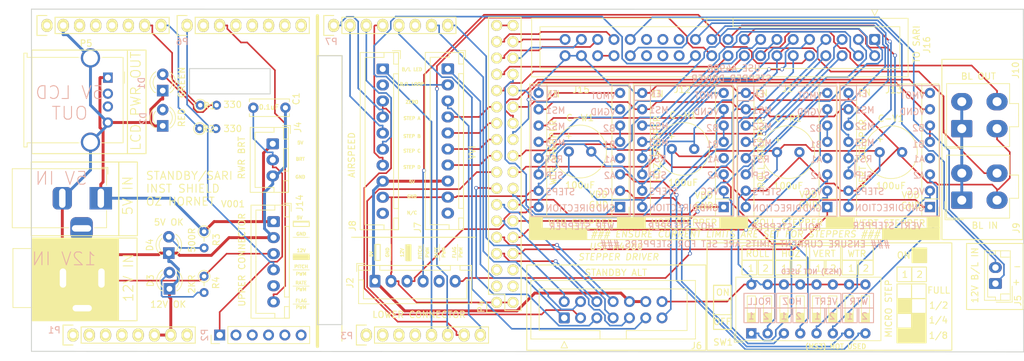
<source format=kicad_pcb>
(kicad_pcb (version 20211014) (generator pcbnew)
  (title_block (date "mar. 31 mars 2015"))
  (layers (0 "F.Cu" signal) (31 "B.Cu" signal) (34 "B.Paste" user) (35 "F.Paste" user) (36 "B.SilkS" user "B.Silkscreen") (37 "F.SilkS" user "F.Silkscreen") (38 "B.Mask" user) (39 "F.Mask" user) (44 "Edge.Cuts" user))
  (net 0 "")
  (net 1 "/47")
  (net 2 "/45")
  (net 3 "/43")
  (net 4 "/41")
  (net 5 "/39")
  (net 6 "/37")
  (net 7 "/VDD")
  (net 9 "GNDD")
  (net 10 "/49")
  (net 11 "/D13")
  (net 12 "/D5")
  (net 13 "/21(SCL)")
  (net 14 "/LOWER_OUTPUT_5V")
  (net 15 "/UPPER_OUTPUT_5V")
  (net 16 "+5VL")
  (net 17 "/A3")
  (net 18 "/A2")
  (net 19 "/A1")
  (net 20 "/A0")
  (net 21 "/A4")
  (net 22 "/IOREF")
  (net 23 "/Reset")
  (net 24 "+3V3")
  (net 25 "/Vin")
  (net 26 "/A5")
  (net 27 "/LED_DATA_LOOP_3")
  (net 28 "/LED_DATA_OUT")
  (net 29 "/LED+5V")
  (net 30 "/LED_DATA_LOOP_1")
  (net 31 "/LED_DATA_IN")
  (net 32 "/LED_DATA_LOOP_2")
  (net 33 "/A11")
  (net 34 "/A10")
  (net 35 "/A9")
  (net 36 "/A8")
  (net 37 "/A15")
  (net 38 "/35")
  (net 39 "/A14")
  (net 40 "/33")
  (net 41 "/A13")
  (net 42 "/31")
  (net 43 "/29")
  (net 44 "/27")
  (net 45 "/52")
  (net 46 "/53")
  (net 47 "/50")
  (net 48 "/51")
  (net 49 "/ARF")
  (net 50 "/D12")
  (net 51 "/D11")
  (net 52 "/D10")
  (net 53 "/D8")
  (net 54 "/D7")
  (net 55 "/D6")
  (net 56 "/D4")
  (net 57 "/D3")
  (net 58 "/D2")
  (net 59 "/D1")
  (net 60 "/D0")
  (net 61 "/D19")
  (net 62 "/D9")
  (net 63 "/HOZ_STEP_GND")
  (net 64 "/A12")
  (net 67 "/20(SDA)")
  (net 68 "Net-(P4-Pad35)")
  (net 69 "/AIR_COIL_D")
  (net 70 "/AIR_COIL_C")
  (net 71 "/AIR_COIL_B")
  (net 72 "/AIR_COIL_A")
  (net 73 "/SERVO_PITCH")
  (net 74 "/SERVO_RATE")
  (net 75 "/SERVO_FLAG")
  (net 78 "/ALT_ZERO_DET")
  (net 79 "/BACK{slash}LT_+")
  (net 80 "/BACK{slash}LT_-")
  (net 81 "/22")
  (net 82 "/24")
  (net 83 "/25")
  (net 84 "/23")
  (net 85 "/HOZ_STEP_V+")
  (net 86 "/5VDC")
  (net 87 "/ROLL_MS1")
  (net 88 "/ROLL_MS2")
  (net 90 "Net-(J1-Pad5)")
  (net 91 "/ROLL_2B")
  (net 92 "/ROLL_2A")
  (net 93 "/SERVO_RATE_U")
  (net 94 "/ROLL_1A")
  (net 95 "/ROLL_1B")
  (net 96 "/38")
  (net 97 "/40")
  (net 98 "/48")
  (net 99 "/42")
  (net 100 "/46")
  (net 101 "/44")
  (net 102 "/30")
  (net 103 "/32")
  (net 104 "/34")
  (net 105 "/36")
  (net 106 "/HOZ_MS1")
  (net 107 "/HOZ_MS2")
  (net 109 "Net-(J12-Pad5)")
  (net 110 "/HOZ_2B")
  (net 111 "/HOZ_2A")
  (net 112 "/HOZ_1A")
  (net 113 "/HOZ_1B")
  (net 114 "/VER_MS1")
  (net 115 "/VER_MS2")
  (net 117 "Net-(J13-Pad5)")
  (net 118 "/VER_2B")
  (net 119 "/VER_2A")
  (net 120 "/VER_1A")
  (net 121 "/VER_1B")
  (net 122 "/WL_MS1")
  (net 123 "/WL_MS2")
  (net 125 "Net-(J15-Pad5)")
  (net 126 "/WL_2B")
  (net 127 "/WL_2A")
  (net 128 "/WL_1A")
  (net 129 "/WL_1B")
  (net 130 "/28")
  (net 131 "/26")
  (net 138 "/UPPER_OUTPUT_12V")
  (net 139 "Net-(D3-Pad2)")
  (net 140 "Net-(D4-Pad2)")
  (net 141 "Net-(R2-Pad2)")
  (net 142 "Net-(D1-Pad2)")
  (net 143 "Net-(D2-Pad2)")
  (footprint "Socket_Arduino_Mega:Socket_Strip_Arduino_2x18" (layer "F.Cu") (at 197.358 114.046 90)
    (fp_text reference "P4")
    (fp_text value "Digital" hide)
  )
  (footprint "Socket_Arduino_Mega:Socket_Strip_Arduino_1x08" (layer "F.Cu") (at 131.318 119.126)
    (fp_text reference "P1")
    (fp_text value "Power")
  )
  (footprint "Connector_PinHeader_2.54mm:PinHeader_1x06_P2.54mm_Vertical" (layer "F.Cu") (at 154.178 119.126 90)
    (fp_text reference "P2")
    (fp_text value "Analog")
  )
  (footprint "Socket_Arduino_Mega:Socket_Strip_Arduino_1x08" (layer "F.Cu") (at 177.038 119.126)
    (fp_text reference "P3")
    (fp_text value "Analog")
  )
  (footprint "Socket_Arduino_Mega:Socket_Strip_Arduino_1x08" (layer "F.Cu") (at 127.254 70.866)
    (fp_text reference "P5")
    (fp_text value "PWM")
  )
  (footprint "Socket_Arduino_Mega:Socket_Strip_Arduino_1x08" (layer "F.Cu") (at 149.098 70.866)
    (fp_text reference "P6")
    (fp_text value "PWM")
  )
  (footprint "Socket_Arduino_Mega:Socket_Strip_Arduino_1x08" (layer "F.Cu") (at 171.958 70.866)
    (fp_text reference "P7")
    (fp_text value "Communication")
  )
  (footprint "LED_THT:LED_D3.0mm" (layer "F.Cu") (at 145.3 81.025 90)
    (fp_text reference "D1")
    (fp_text value "GREEN")
  )
  (footprint "LED_THT:LED_D3.0mm" (layer "F.Cu") (at 145.3 86.525 90)
    (fp_text reference "D2")
    (fp_text value "RED")
  )
  (footprint "Resistor_THT:R_Axial_DIN0204_L3.6mm_D1.6mm_P2.54mm_Vertical" (layer "F.Cu") (at 151.15 83.3)
    (fp_text reference "R1")
    (fp_text value "330")
  )
  (footprint "Resistor_THT:R_Axial_DIN0204_L3.6mm_D1.6mm_P2.54mm_Vertical" (layer "F.Cu") (at 151.05 86.95)
    (fp_text reference "R2")
    (fp_text value "330")
  )
  (footprint "Connector_IDC:IDC-Header_2x07_P2.54mm_Vertical" (layer "F.Cu") (at 207.89 116.45 90)
    (fp_text reference "J6")
    (fp_text value "STANDBY ALT")
  )
  (footprint "LED_THT:LED_D3.0mm" (layer "F.Cu") (at 146.35 111.925 90)
    (fp_text reference "D3")
    (fp_text value "LED")
  )
  (footprint "Connector_JST:JST_XH_B6B-XH-A_1x06_P2.50mm_Vertical" (layer "F.Cu") (at 178.388 110.727)
    (fp_text reference "J2")
    (fp_text value "LOWER CONNECTOR")
  )
  (footprint "Connector_JST:JST_XH_B10B-XH-A_1x10_P2.50mm_Vertical" (layer "F.Cu") (at 189.738 77.63 -90)
    (fp_text reference "J7")
    (fp_text value "VVI")
  )
  (footprint "Resistor_THT:R_Axial_DIN0204_L3.6mm_D1.6mm_P2.54mm_Vertical" (layer "F.Cu") (at 151.75 109.96 -90)
    (fp_text reference "R4")
    (fp_text value "2000")
  )
  (footprint "Capacitor_THT:C_Radial_D8.0mm_H7.0mm_P3.50mm" (layer "F.Cu") (at 241.0496 90.62)
    (fp_text reference "C-R1")
    (fp_text value "100uF")
  )
  (footprint "Capacitor_THT:C_Radial_D8.0mm_H7.0mm_P3.50mm" (layer "F.Cu") (at 224.6496 90.12)
    (fp_text reference "C-H1")
    (fp_text value "100uF")
  )
  (footprint "Connector_BarrelJack:BarrelJack_Horizontal" (layer "F.Cu") (at 135.65 97.8)
    (fp_text reference "J11")
    (fp_text value "5V IN")
  )
  (footprint "Connector_USB:USB_A_Molex_67643_Horizontal" (layer "F.Cu") (at 136.75 79 -90)
    (fp_text reference "J3")
    (fp_text value "TO LCD")
  )
  (footprint "Connector_Molex:Molex_Mini-Fit_Jr_5566-04A_2x02_P4.20mm_Vertical" (layer "F.Cu") (at 269.85 98.1 90)
    (fp_text reference "J9")
    (fp_text value "BL IN")
  )
  (footprint "Capacitor_THT:C_Radial_D8.0mm_H7.0mm_P3.50mm" (layer "F.Cu") (at 257.0496 90.62)
    (fp_text reference "C-V1")
    (fp_text value "100uF")
  )
  (footprint "Module:Pololu_Breakout-16_15.2x20.3mm" (layer "F.Cu") (at 264.8896 99.17 180)
    (fp_text reference "J13")
    (fp_text value "VERT STEPPER")
  )
  (footprint "Connector_BarrelJack:BarrelJack_Horizontal" (layer "F.Cu") (at 135.75 110.2425)
    (fp_text reference "J17")
    (fp_text value "STEPPER IN 12-20VDC")
  )
  (footprint "MountingHole:MountingHole_2.5mm" (layer "F.Cu") (at 276 118.85)
    (fp_text reference "H2")
    (fp_text value "H2")
  )
  (footprint "Capacitor_THT:C_Disc_D6.0mm_W2.5mm_P5.00mm" (layer "F.Cu") (at 159.425 83.693)
    (fp_text reference "C1")
    (fp_text value "0.1uF")
  )
  (footprint "LED_THT:LED_D3.0mm" (layer "F.Cu") (at 146.25 106.35 90)
    (fp_text reference "D4")
    (fp_text value "LED")
  )
  (footprint "MountingHole:MountingHole_2.5mm" (layer "F.Cu") (at 275.9 71.25)
    (fp_text reference "H1")
    (fp_text value "H1")
  )
  (footprint "Connector_IDC:IDC-Header_2x20_P2.54mm_Vertical" (layer "F.Cu") (at 256.28 73.0475 -90)
    (fp_text reference "J16")
    (fp_text value "TO SARI")
  )
  (footprint "Resistor_THT:R_Axial_DIN0204_L3.6mm_D1.6mm_P2.54mm_Vertical" (layer "F.Cu") (at 151.75 103.01 -90)
    (fp_text reference "R3")
    (fp_text value "500")
  )
  (footprint "Module:Pololu_Breakout-16_15.2x20.3mm" (layer "F.Cu") (at 232.7396 99.17 180)
    (fp_text reference "J12")
    (fp_text value "HOZ STEPPER")
  )
  (footprint "Connector_JST:JST_XH_B10B-XH-A_1x10_P2.50mm_Vertical" (layer "F.Cu") (at 179.595 77.65 -90)
    (fp_text reference "J8")
    (fp_text value "AIRSPEED")
  )
  (footprint "Connector_JST:JST_EH_B2B-EH-A_1x02_P2.50mm_Vertical" (layer "F.Cu") (at 275.1 111.1 90)
    (fp_text reference "J5")
    (fp_text value "12V B/L IN")
  )
  (footprint "Connector_JST:JST_XH_B3B-XH-A_1x03_P2.50mm_Vertical" (layer "F.Cu") (at 162.45 89.321 -90)
    (fp_text reference "J4")
    (fp_text value "RWR BRT")
  )
  (footprint "Connector_JST:JST_XH_B6B-XH-A_1x06_P2.50mm_Vertical" (layer "F.Cu") (at 162.577 101.446 -90)
    (fp_text reference "J14")
    (fp_text value "UPPER CONNECTOR")
  )
  (footprint "Button_Switch_THT:SW_DIP_SPSTx08_Slide_9.78x22.5mm_W7.62mm_P2.54mm" (layer "F.Cu") (at 237.05 118.8675 90)
    (fp_text reference "SW1")
    (fp_text value "MICRO STEP")
  )
  (footprint "Module:Pololu_Breakout-16_15.2x20.3mm" (layer "F.Cu") (at 248.8896 99.17 180)
    (fp_text reference "J1")
    (fp_text value "ROLL STEPPER")
  )
  (footprint "Module:Pololu_Breakout-16_15.2x20.3mm" (layer "F.Cu") (at 216.5896 99.17 180)
    (fp_text reference "J15")
    (fp_text value "WTR STEPPER")
  )
  (footprint "Capacitor_THT:C_Radial_D8.0mm_H7.0mm_P3.50mm" (layer "F.Cu") (at 208.5996 90.52)
    (fp_text reference "C-W1")
    (fp_text value "100uF")
  )
  (footprint "Connector_Molex:Molex_Mini-Fit_Jr_5566-04A_2x02_P4.20mm_Vertical" (layer "F.Cu") (at 269.85 86.95 90)
    (fp_text reference "J10")
    (fp_text value "BL OUT")
  )
  (gr_rect (start 253.445619 82.536) (end 250.905619 80.25) (layer "B.SilkS") (width 0.15) (fill none))
  (gr_rect (start 250.399619 100.62) (end 234.905619 80.3) (layer "B.SilkS") (width 0.15) (fill none))
  (gr_rect (start 240.98 117.2) (end 243.266 114.914) (layer "B.SilkS") (width 0.15) (fill none))
  (gr_rect (start 248.727 117.2) (end 251.013 114.914) (layer "B.SilkS") (width 0.15) (fill none))
  (gr_rect (start 240.98 114.914) (end 245.806 112.628) (layer "B.SilkS") (width 0.15) (fill none))
  (gr_rect (start 251.267 117.2) (end 253.553 114.914) (layer "B.SilkS") (width 0.15) (fill none))
  (gr_rect (start 253.807 117.2) (end 256.093 114.914) (layer "B.SilkS") (width 0.15) (fill none))
  (gr_rect (start 246.187 117.2) (end 248.473 114.914) (layer "B.SilkS") (width 0.15) (fill none))
  (gr_rect (start 237.445619 82.586) (end 234.905619 80.3) (layer "B.SilkS") (width 0.15) (fill none))
  (gr_rect (start 243.52 117.2) (end 245.806 114.914) (layer "B.SilkS") (width 0.15) (fill none))
  (gr_rect (start 266.399619 100.57) (end 250.905619 80.25) (layer "B.SilkS") (width 0.15) (fill none))
  (gr_rect (start 234.299619 100.57) (end 218.805619 80.25) (layer "B.SilkS") (width 0.15) (fill none))
  (gr_rect (start 238.44 117.2) (end 240.726 114.914) (layer "B.SilkS") (width 0.15) (fill none))
  (gr_rect (start 221.345619 82.536) (end 218.805619 80.25) (layer "B.SilkS") (width 0.15) (fill none))
  (gr_rect (start 235.9 117.2) (end 238.186 114.914) (layer "B.SilkS") (width 0.15) (fill none))
  (gr_rect (start 218.199619 100.62) (end 202.705619 80.3) (layer "B.SilkS") (width 0.15) (fill none))
  (gr_line (start 237.19181 94.524) (end 237.19181 91.73) (layer "B.SilkS") (width 0.15))
  (gr_line (start 204.99181 94.524) (end 204.99181 91.73) (layer "B.SilkS") (width 0.15))
  (gr_rect (start 246.187 114.914) (end 251.013 112.628) (layer "B.SilkS") (width 0.15) (fill none))
  (gr_line (start 221.09181 94.474) (end 221.09181 91.68) (layer "B.SilkS") (width 0.15))
  (gr_rect (start 251.267 114.914) (end 256.093 112.628) (layer "B.SilkS") (width 0.15) (fill none))
  (gr_line (start 253.19181 94.474) (end 253.19181 91.68) (layer "B.SilkS") (width 0.15))
  (gr_rect (start 235.9 114.914) (end 240.726 112.628) (layer "B.SilkS") (width 0.15) (fill none))
  (gr_rect (start 205.245619 82.586) (end 202.705619 80.3) (layer "B.SilkS") (width 0.15) (fill none))
  (gr_rect (start 139.8 74.707) (end 142.7 90.85) (layer "F.SilkS") (width 0.15) (fill none))
  (gr_rect (start 259.75 118.057) (end 262.036 120.343) (layer "F.SilkS") (width 0.15) (fill solid))
  (gr_rect (start 246.137 105.178) (end 250.963 107.464) (layer "F.SilkS") (width 0.15) (fill none))
  (gr_rect (start 231.16449 111.38495) (end 233.894253 113.67095) (layer "F.SilkS") (width 0.15) (fill none))
  (gr_rect (start 259.75 113.457) (end 262.036 115.743) (layer "F.SilkS") (width 0.15) (fill solid))
  (gr_rect (start 246.137 107.464) (end 248.423 109.75) (layer "F.SilkS") (width 0.15) (fill none))
  (gr_rect (start 248.725 100.85) (end 253.075 102.443) (layer "F.SilkS") (width 0.15) (fill solid))
  (gr_line (start 174.752 103.886) (end 194.056 103.886) (layer "F.SilkS") (width 0.15))
  (gr_rect (start 262.057 108.521) (end 264.343 110.807) (layer "F.SilkS") (width 0.15) (fill none))
  (gr_rect (start 240.803 105.178) (end 245.629 107.464) (layer "F.SilkS") (width 0.15) (fill none))
  (gr_rect (start 251.217 105.178) (end 256.043 107.464) (layer "F.SilkS") (width 0.15) (fill none))
  (gr_rect (start 257.5 102.557) (end 266.45 104.15) (layer "F.SilkS") (width 0.15) (fill solid))
  (gr_rect (start 262.014 113.457) (end 264.3 115.743) (layer "F.SilkS") (width 0.15) (fill none))
  (gr_line (start 165.608 111.506) (end 168.148 111.506) (layer "F.SilkS") (width 0.1))
  (gr_rect (start 243.343 107.464) (end 245.629 109.75) (layer "F.SilkS") (width 0.15) (fill none))
  (gr_rect (start 124.8 92.157) (end 138.45 103.65) (layer "F.SilkS") (width 0.15) (fill none))
  (gr_line (start 183.131 107.548) (end 183.131 105.008) (layer "F.SilkS") (width 0.1))
  (gr_line (start 165.63 106.458) (end 168.17 106.458) (layer "F.SilkS") (width 0.1))
  (gr_rect (start 248.677 107.464) (end 250.963 109.75) (layer "F.SilkS") (width 0.15) (fill none))
  (gr_rect (start 231.166091 111.364) (end 233.892106 118.25) (layer "F.SilkS") (width 0.15) (fill none))
  (gr_rect (start 262.014 115.757) (end 264.3 118.043) (layer "F.SilkS") (width 0.15) (fill solid))
  (gr_rect (start 259.757 108.521) (end 262.043 110.807) (layer "F.SilkS") (width 0.15) (fill none))
  (gr_rect (start 202.05 108.2) (end 229.95 121.5) (layer "F.SilkS") (width 0.15) (fill none))
  (gr_line (start 165.608 103.886) (end 168.148 103.886) (layer "F.SilkS") (width 0.1))
  (gr_rect (start 270.6 104.85) (end 279.4 115.15) (layer "F.SilkS") (width 0.15) (fill none))
  (gr_line (start 188.468 107.516) (end 188.468 104.976) (layer "F.SilkS") (width 0.1))
  (gr_line (start 165.608 108.966) (end 168.148 108.966) (layer "F.SilkS") (width 0.1))
  (gr_rect (start 165.65 102.2) (end 168.15 101.507) (layer "F.SilkS") (width 0.15) (fill none))
  (gr_rect (start 266.751475 76.15) (end 279.35 104.25) (layer "F.SilkS") (width 0.15) (fill none))
  (gr_rect (start 235.596 107.464) (end 237.882 109.75) (layer "F.SilkS") (width 0.15) (fill none))
  (gr_rect (start 202.45 102.5) (end 266.45 104.25) (layer "F.SilkS") (width 0.15) (fill none))
  (gr_line (start 173.228 75.565) (end 173.228 120.0785) (layer "F.SilkS") (width 0.15))
  (gr_line (start 169.418 69.342) (end 169.418 120.904) (layer "F.SilkS") (width 0.5))
  (gr_line (start 165.608 114.3) (end 168.148 114.3) (layer "F.SilkS") (width 0.1))
  (gr_rect (start 138.4 104.007) (end 141.3 116.9) (layer "F.SilkS") (width 0.15) (fill none))
  (gr_rect (start 259.75 111.15) (end 262.036 113.436) (layer "F.SilkS") (width 0.15) (fill none))
  (gr_rect (start 251.217 107.464) (end 253.503 109.75) (layer "F.SilkS") (width 0.15) (fill none))
  (gr_line (start 185.928 107.516) (end 185.928 104.976) (layer "F.SilkS") (width 0.1))
  (gr_line (start 169.4815 75.565) (end 173.228 75.565) (layer "F.SilkS") (width 0.15))
  (gr_rect (start 230.15 104.757) (end 268.3 121.5) (layer "F.SilkS") (width 0.15) (fill none))
  (gr_rect (start 231.166091 115.95) (end 233.9 118.236) (layer "F.SilkS") (width 0.15) (fill none))
  (gr_line (start 191.262 107.516) (end 191.262 104.976) (layer "F.SilkS") (width 0.1))
  (gr_rect (start 179.2 107.5) (end 178.507 105) (layer "F.SilkS") (width 0.15) (fill none))
  (gr_line (start 180.848 107.516) (end 180.848 104.976) (layer "F.SilkS") (width 0.1))
  (gr_rect (start 262.1 105.557) (end 264.386 107.843) (layer "F.SilkS") (width 0.15) (fill solid))
  (gr_rect (start 232.125 100.85) (end 236.475 102.443) (layer "F.SilkS") (width 0.15) (fill solid))
  (gr_rect (start 253.757 107.464) (end 256.043 109.75) (layer "F.SilkS") (width 0.15) (fill none))
  (gr_rect (start 240.803 107.464) (end 243.089 109.75) (layer "F.SilkS") (width 0.15) (fill none))
  (gr_rect (start 235.596 105.178) (end 240.422 107.464) (layer "F.SilkS") (width 0.15) (fill none))
  (gr_rect (start 202.45 102.557) (end 211.4 104.15) (layer "F.SilkS") (width 0.15) (fill solid))
  (gr_rect (start 259.75 115.757) (end 262.036 118.043) (layer "F.SilkS") (width 0.15) (fill none))
  (gr_rect (start 238.136 107.464) (end 240.422 109.75) (layer "F.SilkS") (width 0.15) (fill none))
  (gr_rect (start 124.9 104.0035) (end 138.4 116.8965) (layer "F.SilkS") (width 0.15) (fill solid))
  (gr_rect (start 124.9 74.707) (end 139.8 90.85) (layer "F.SilkS") (width 0.15) (fill none))
  (gr_rect (start 202.525 100.807) (end 204.475 102.4) (layer "F.SilkS") (width 0.15) (fill solid))
  (gr_rect (start 183.307 105.05) (end 184 107.55) (layer "F.SilkS") (width 0.15) (fill solid))
  (gr_rect (start 262.014 111.15) (end 264.3 113.436) (layer "F.SilkS") (width 0.15) (fill none))
  (gr_rect (start 138.45 92.157) (end 141.35 103.65) (layer "F.SilkS") (width 0.15) (fill none))
  (gr_rect (start 165.65 107.343) (end 168.15 106.65) (layer "F.SilkS") (width 0.15) (fill solid))
  (gr_rect (start 264.45 100.7535) (end 266.4 102.3465) (layer "F.SilkS") (width 0.15) (fill solid))
  (gr_line (start 178.308 107.516) (end 178.308 104.976) (layer "F.SilkS") (width 0.1))
  (gr_rect (start 262.014 118.057) (end 264.3 120.343) (layer "F.SilkS") (width 0.15) (fill solid))
  (gr_line (start 165.608 101.346) (end 168.148 101.346) (layer "F.SilkS") (width 0.1))
  (gr_rect (start 202.45 100.75) (end 266.45 102.5) (layer "F.SilkS") (width 0.15) (fill none))
  (gr_rect (start 216.175 100.807) (end 220.525 102.4) (layer "F.SilkS") (width 0.15) (fill solid))
  (gr_line (start 124.841 121.666) (end 279.5 121.75) (layer "Edge.Cuts") (width 0.15))
  (gr_line (start 149.479 77.597) (end 149.606 77.597) (layer "Edge.Cuts") (width 0.15))
  (gr_line (start 169.418 117.5004) (end 169.4688 75.5904) (layer "Edge.Cuts") (width 0.15))
  (gr_line (start 124.841 68.326) (end 279.45 68.35) (layer "Edge.Cuts") (width 0.15))
  (gr_line (start 173.228 117.5004) (end 169.418 117.5004) (layer "Edge.Cuts") (width 0.15))
  (gr_line (start 149.606 77.597) (end 162.052 77.597) (layer "Edge.Cuts") (width 0.15))
  (gr_line (start 149.479 81.534) (end 149.479 77.597) (layer "Edge.Cuts") (width 0.15))
  (gr_line (start 173.2788 75.5904) (end 173.228 117.5004) (layer "Edge.Cuts") (width 0.15))
  (gr_line (start 162.052 81.534) (end 149.479 81.534) (layer "Edge.Cuts") (width 0.15))
  (gr_line (start 279.5 121.75) (end 279.45 68.35) (layer "Edge.Cuts") (width 0.15))
  (gr_line (start 124.841 68.326) (end 124.841 121.666) (layer "Edge.Cuts") (width 0.15))
  (gr_line (start 169.4688 75.5904) (end 173.2788 75.5904) (layer "Edge.Cuts") (width 0.15))
  (gr_line (start 162.052 77.597) (end 162.052 81.534) (layer "Edge.Cuts") (width 0.15))
  (gr_text "WTR" (at 253.807 113.898) (layer "B.SilkS") (effects (font (size 1 1)) (justify mirror)))
  (gr_text "A2" (at 214.969048 94.27) (layer "B.SilkS") (effects (font (size 1 1)) (justify mirror)))
  (gr_text "MS2\n" (at 206.515619 86.65) (layer "B.SilkS") (effects (font (size 1 1)) (justify mirror)))
  (gr_text "RST\n" (at 222.448953 91.68) (layer "B.SilkS") (effects (font (size 1 1)) (justify mirror)))
  (gr_text "VCC" (at 246.645238 96.81) (layer "B.SilkS") (effects (font (size 1 1)) (justify mirror)))
  (gr_text "VMOT" (at 262.169048 81.774) (layer "B.SilkS") (effects (font (size 1 1)) (justify mirror)))
  (gr_text "B2" (at 230.997619 86.854) (layer "B.SilkS") (effects (font (size 1 1)) (justify mirror)))
  (gr_text "SLP" (at 222.472762 94.22) (layer "B.SilkS") (effects (font (size 1 1)) (justify mirror)))
  (gr_text "VGND" (at 262.121429 84.314) (layer "B.SilkS") (effects (font (size 1 1)) (justify mirror)))
  (gr_text "MS2\n" (at 254.715619 86.6) (layer "B.SilkS") (effects (font (size 1 1)) (justify mirror)))
  (gr_text "RST\n" (at 238.548953 91.73) (layer "B.SilkS") (effects (font (size 1 1)) (justify mirror)))
  (gr_text "SLP" (at 254.572762 94.22) (layer "B.SilkS") (effects (font (size 1 1)) (justify mirror)))
  (gr_text "GND" (at 262.55 99.3) (layer "B.SilkS") (effects (font (size 1 1)) (justify mirror)))
  (gr_text "DIRECTION\n" (at 224.948953 99.3) (layer "B.SilkS") (effects (font (size 1 1)) (justify mirror)))
  (gr_text "2" (at 244.409 116.184) (layer "B.SilkS") (effects (font (size 1 1)) (justify mirror)))
  (gr_text "MS1" (at 222.615619 84.06) (layer "B.SilkS") (effects (font (size 1 1)) (justify mirror)))
  (gr_text "B1" (at 263.097619 89.394) (layer "B.SilkS") (effects (font (size 1 1)) (justify mirror)))
  (gr_text "SLP" (at 206.372762 94.27) (layer "B.SilkS") (effects (font (size 1 1)) (justify mirror)))
  (gr_text "MS2\n" (at 238.715619 86.65) (layer "B.SilkS") (effects (font (size 1 1)) (justify mirror)))
  (gr_text "VCC" (at 214.445238 96.81) (layer "B.SilkS") (effects (font (size 1 1)) (justify mirror)))
  (gr_text "2" (at 239.329 116.184) (layer "B.SilkS") (effects (font (size 1 1)) (justify mirror)))
  (gr_text "B1" (at 214.897619 89.444) (layer "B.SilkS") (effects (font (size 1 1)) (justify mirror)))
  (gr_text "USE A4988 \nSTEPPER DRIVER" (at 233.95 78.35) (layer "B.SilkS") (effects (font (size 1 1)) (justify mirror)))
  (gr_text "MS1" (at 206.515619 84.11) (layer "B.SilkS") (effects (font (size 1 1)) (justify mirror)))
  (gr_text "A2" (at 263.169048 94.22) (layer "B.SilkS") (effects (font (size 1 1)) (justify mirror)))
  (gr_text "A2" (at 247.169048 94.27) (layer "B.SilkS") (effects (font (size 1 1)) (justify mirror)))
  (gr_text "2" (at 254.696 116.184) (layer "B.SilkS") (effects (font (size 1 1)) (justify mirror)))
  (gr_text "GND" (at 214.35 99.35) (layer "B.SilkS") (effects (font (size 1 1)) (justify mirror)))
  (gr_text "VMOT" (at 213.969048 81.824) (layer "B.SilkS") (effects (font (size 1 1)) (justify mirror)))
  (gr_text "MS3\n" (at 254.715619 89.14) (layer "B.SilkS") (effects (font (size 1 1)) (justify mirror)))
  (gr_text "A1" (at 231.069048 91.68) (layer "B.SilkS") (effects (font (size 1 1)) (justify mirror)))
  (gr_text "B2" (at 214.897619 86.904) (layer "B.SilkS") (effects (font (size 1 1)) (justify mirror)))
  (gr_text "B2" (at 263.097619 86.854) (layer "B.SilkS") (effects (font (size 1 1)) (justify mirror)))
  (gr_text "HOZ STEPPER" (at 226.1 102.2) (layer "B.SilkS") (effects (font (size 1 1)) (justify mirror)))
  (gr_text "EN" (at 254.168 81.52) (layer "B.SilkS") (effects (font (size 1 1)) (justify mirror)))
  (gr_text "A1" (at 214.969048 91.73) (layer "B.SilkS") (effects (font (size 1 1)) (justify mirror)))
  (gr_text "STEPS" (at 255.477524 96.76) (layer "B.SilkS") (effects (font (size 1 1)) (justify mirror)))
  (gr_text "### ENSURE CURRENT LIMITS ARE SET FOR STEPPERS ###" (at 236.1 104.95) (layer "B.SilkS") (effects (font (size 1 1)) (justify mirror)))
  (gr_text "EN" (at 238.168 81.57) (layer "B.SilkS") (effects (font (size 1 1)) (justify mirror)))
  (gr_text "1" (at 242.123 116.184) (layer "B.SilkS") (effects (font (size 1 1)) (justify mirror)))
  (gr_text "STEPS" (at 207.277524 96.81) (layer "B.SilkS") (effects (font (size 1 1)) (justify mirror)))
  (gr_text "DIRECTION\n" (at 257.048953 99.3) (layer "B.SilkS") (effects (font (size 1 1)) (justify mirror)))
  (gr_text "12V IN" (at 129.9 107.25) (layer "B.SilkS") (effects (font (size 2 2)) (justify mirror)))
  (gr_text "STEPS" (at 223.377524 96.76) (layer "B.SilkS") (effects (font (size 1 1)) (justify mirror)))
  (gr_text "B2" (at 247.097619 86.904) (layer "B.SilkS") (effects (font (size 1 1)) (justify mirror)))
  (gr_text "B1" (at 230.997619 89.394) (layer "B.SilkS") (effects (font (size 1 1)) (justify mirror)))
  (gr_text "RST\n" (at 206.348953 91.73) (layer "B.SilkS") (effects (font (size 1 1)) (justify mirror)))
  (gr_text "A2" (at 231.069048 94.22) (layer "B.SilkS") (effects (font (size 1 1)) (justify mirror)))
  (gr_text "MS1" (at 238.715619 84.11) (layer "B.SilkS") (effects (font (size 1 1)) (justify mirror)))
  (gr_text "RST\n" (at 254.548953 91.68) (layer "B.SilkS") (effects (font (size 1 1)) (justify mirror)))
  (gr_text "WTR STEPPER" (at 210.6 102.2) (layer "B.SilkS") (effects (font (size 1 1)) (justify mirror)))
  (gr_text "5V LCD\nOUT" (at 130.8 82.95) (layer "B.SilkS") (effects (font (size 2 2)) (justify mirror)))
  (gr_text "VERT" (at 248.727 113.898) (layer "B.SilkS") (effects (font (size 1 1)) (justify mirror)))
  (gr_text "MS1" (at 254.715619 84.06) (layer "B.SilkS") (effects (font (size 1 1)) (justify mirror)))
  (gr_text "VMOT" (at 246.169048 81.824) (layer "B.SilkS") (effects (font (size 1 1)) (justify mirror)))
  (gr_text "STEPS" (at 239.477524 96.81) (layer "B.SilkS") (effects (font (size 1 1)) (justify mirror)))
  (gr_text "DIRECTION\n" (at 241.048953 99.35) (layer "B.SilkS") (effects (font (size 1 1)) (justify mirror)))
  (gr_text "1" (at 247.33 116.184) (layer "B.SilkS") (effects (font (size 1 1)) (justify mirror)))
  (gr_text "EN" (at 205.968 81.57) (layer "B.SilkS") (effects (font (size 1 1)) (justify mirror)))
  (gr_text "HOZ" (at 243.393 113.898) (layer "B.SilkS") (effects (font (size 1 1)) (justify mirror)))
  (gr_text "MS2\n" (at 222.615619 86.6) (layer "B.SilkS") (effects (font (size 1 1)) (justify mirror)))
  (gr_text "MS3\n" (at 206.515619 89.19) (layer "B.SilkS") (effects (font (size 1 1)) (justify mirror)))
  (gr_text "VGND" (at 230.021429 84.314) (layer "B.SilkS") (effects (font (size 1 1)) (justify mirror)))
  (gr_text "VGND" (at 213.921429 84.364) (layer "B.SilkS") (effects (font (size 1 1)) (justify mirror)))
  (gr_text "1" (at 252.41 116.184) (layer "B.SilkS") (effects (font (size 1 1)) (justify mirror)))
  (gr_text "2" (at 249.616 116.184) (layer "B.SilkS") (effects (font (size 1 1)) (justify mirror)))
  (gr_text "VCC" (at 262.645238 96.76) (layer "B.SilkS") (effects (font (size 1 1)) (justify mirror)))
  (gr_text "GND" (at 246.55 99.35) (layer "B.SilkS") (effects (font (size 1 1)) (justify mirror)))
  (gr_text "VMOT" (at 230.069048 81.774) (layer "B.SilkS") (effects (font (size 1 1)) (justify mirror)))
  (gr_text "(MS3) NOT USED" (at 246.45 109.25) (layer "B.SilkS") (effects (font (size 0.75 0.75)) (justify mirror)))
  (gr_text "1" (at 237.043 116.184) (layer "B.SilkS") (effects (font (size 1 1)) (justify mirror)))
  (gr_text "EN" (at 222.068 81.52) (layer "B.SilkS") (effects (font (size 1 1)) (justify mirror)))
  (gr_text "A1" (at 247.169048 91.73) (layer "B.SilkS") (effects (font (size 1 1)) (justify mirror)))
  (gr_text "ROLL STEPPER" (at 242.45 102.3) (layer "B.SilkS") (effects (font (size 1 1)) (justify mirror)))
  (gr_text "VCC" (at 230.545238 96.76) (layer "B.SilkS") (effects (font (size 1 1)) (justify mirror)))
  (gr_text "A1" (at 263.169048 91.68) (layer "B.SilkS") (effects (font (size 1 1)) (justify mirror)))
  (gr_text "GND" (at 230.45 99.3) (layer "B.SilkS") (effects (font (size 1 1)) (justify mirror)))
  (gr_text "DIRECTION\n" (at 208.848953 99.35) (layer "B.SilkS") (effects (font (size 1 1)) (justify mirror)))
  (gr_text "MS3\n" (at 222.615619 89.14) (layer "B.SilkS") (effects (font (size 1 1)) (justify mirror)))
  (gr_text "5V IN" (at 129.5 94.7) (layer "B.SilkS") (effects (font (size 2 2)) (justify mirror)))
  (gr_text "MS3\n" (at 238.715619 89.19) (layer "B.SilkS") (effects (font (size 1 1)) (justify mirror)))
  (gr_text "VGND" (at 246.121429 84.364) (layer "B.SilkS") (effects (font (size 1 1)) (justify mirror)))
  (gr_text "ROLL" (at 238.313 113.898) (layer "B.SilkS") (effects (font (size 1 1)) (justify mirror)))
  (gr_text "VERT STEPPER" (at 258.25 102.1) (layer "B.SilkS") (effects (font (size 1 1)) (justify mirror)))
  (gr_text "B1" (at 247.097619 89.444) (layer "B.SilkS") (effects (font (size 1 1)) (justify mirror)))
  (gr_text "SLP" (at 238.572762 94.27) (layer "B.SilkS") (effects (font (size 1 1)) (justify mirror)))
  (gr_text "B/L LOOP" (at 184.15 80.01) (layer "F.SilkS") (effects (font (size 0.5 0.5) (thickness 0.125))))
  (gr_text "FULL" (at 266.25 112.15) (layer "F.SilkS") (effects (font (size 1 1))))
  (gr_text "2" (at 254.9 108.734) (layer "F.SilkS") (effects (font (size 1 1))))
  (gr_text "VERT" (at 248.423 106.448) (layer "F.SilkS") (effects (font (size 1 1))))
  (gr_text "2" (at 263.283 109.691) (layer "F.SilkS") (effects (font (size 1 1))))
  (gr_text "VDD\nGND\n" (at 229.655619 98.17) (layer "F.SilkS") (effects (font (size 1 1))))
  (gr_text "PITCH" (at 166.878 108.458) (layer "F.SilkS") (effects (font (size 0.5 0.5) (thickness 0.125))))
  (gr_text "12V" (at 166.9 105.95) (layer "F.SilkS") (effects (font (size 0.5 0.5) (thickness 0.125))))
  (gr_text "PWM" (at 186.563 106.246 90) (layer "F.SilkS") (effects (font (size 0.5 0.5) (thickness 0.125))))
  (gr_text "5V" (at 166.624 100.838) (layer "F.SilkS") (effects (font (size 0.5 0.5) (thickness 0.125))))
  (gr_text "ROLL STEPPER" (at 238.605619 90.77 90) (layer "F.SilkS") (effects (font (size 1 1))))
  (gr_text "12V IN" (at 139.95 110.2 90) (layer "F.SilkS") (effects (font (size 1.5 1.5))))
  (gr_text "PWM" (at 189.103 106.246 90) (layer "F.SilkS") (effects (font (size 0.5 0.5) (thickness 0.125))))
  (gr_text "HOZ" (at 243.216 106.448) (layer "F.SilkS") (effects (font (size 1 1))))
  (gr_text "5V IN" (at 139.85 97.4 90) (layer "F.SilkS") (effects (font (size 1.5 1.5))))
  (gr_text "PWM" (at 166.878 114.808) (layer "F.SilkS") (effects (font (size 0.5 0.5) (thickness 0.125))))
  (gr_text "2KR" (at 149.85 111.18 90) (layer "F.SilkS") (effects (font (size 1 1))))
  (gr_text "(MS3) NOT USED" (at 250.2 120.9) (layer "F.SilkS") (effects (font (size 0.75 0.75))))
  (gr_text "5V" (at 177.8 106.5 90) (layer "F.SilkS") (effects (font (size 0.5 0.5) (thickness 0.125))))
  (gr_text "ZERO" (at 184.15 82.804) (layer "F.SilkS") (effects (font (size 0.5 0.5) (thickness 0.125))))
  (gr_text "GND" (at 166.751 94.488) (layer "F.SilkS") (effects (font (size 0.5 0.5) (thickness 0.125))))
  (gr_text "VDD\nGND\n" (at 245.955619 98.02) (layer "F.SilkS") (effects (font (size 1 1))))
  (gr_text "RATE" (at 187.96 106.246 90) (layer "F.SilkS") (effects (font (size 0.5 0.5) (thickness 0.125))))
  (gr_text "+" (at 257.049619 88.62 90) (layer "F.SilkS") (effects (font (size 1 1))))
  (gr_text "VDD\nGND\n" (at 213.255619 98.02) (layer "F.SilkS") (effects (font (size 1 1))))
  (gr_text "1" (at 236.993 108.734) (layer "F.SilkS") (effects (font (size 1 1))))
  (gr_text "WTR" (at 253.503 106.448) (layer "F.SilkS") (effects (font (size 1 1))))
  (gr_text "+" (at 208.499619 88.12 90) (layer "F.SilkS") (effects (font (size 1 1))))
  (gr_text "PWM" (at 166.878 112.014) (layer "F.SilkS") (effects (font (size 0.5 0.5) (thickness 0.125))))
  (gr_text "ON" (at 260.8 106.7) (layer "F.SilkS") (effects (font (size 1 1))))
  (gr_text "1" (at 247.534 108.734) (layer "F.SilkS") (effects (font (size 1 1))))
  (gr_text "STEP C" (at 184.15 90.424) (layer "F.SilkS") (effects (font (size 0.5 0.5) (thickness 0.125))))
  (gr_text "EN" (at 206.239619 81.57) (layer "F.SilkS") (effects (font (size 1 1))))
  (gr_text "EN" (at 222.389619 81.57) (layer "F.SilkS") (effects (font (size 1 1))))
  (gr_text "12V IN" (at 127.55 115.75) (layer "F.SilkS") (effects (font (size 1 1))))
  (gr_text "1" (at 252.614 108.734) (layer "F.SilkS") (effects (font (size 1 1))))
  (gr_text "+" (at 278.35 110.85) (layer "F.SilkS") (effects (font (size 1 1))))
  (gr_text "+" (at 224.549619 88.17 90) (layer "F.SilkS") (effects (font (size 1 1))))
  (gr_text "### ENSURE CURRENT LIMITS ARE SET FOR STEPPERS ###" (at 234.6 103.4) (layer "F.SilkS") (effects (font (size 1 1) (thickness 0.15) italic)))
  (gr_text "N/C" (at 184.15 100.076) (layer "F.SilkS") (effects (font (size 0.5 0.5) (thickness 0.125))))
  (gr_text "GND" (at 180.34 106.246 90) (layer "F.SilkS") (effects (font (size 0.5 0.5) (thickness 0.125))))
  (gr_text "1" (at 131.318 116.586 90) (layer "F.SilkS") (effects (font (size 1 1))))
  (gr_text "BRT" (at 166.751 91.694) (layer "F.SilkS") (effects (font (size 0.5 0.5) (thickness 0.125))))
  (gr_text "2" (at 239.279 108.734) (layer "F.SilkS") (effects (font (size 1 1))))
  (gr_text "VDD\nGND\n" (at 261.905619 98.12) (layer "F.SilkS") (effects (font (size 1 1))))
  (gr_text "ON" (at 232.608253 112.47095) (layer "F.SilkS") (effects (font (size 1 1))))
  (gr_text "STANDBY/SARI\nINST SHIELD \nOZ HORNET" (at 142.6 96.3) (layer "F.SilkS") (effects (font (size 1.25 1.25)) (justify left)))
  (gr_text "PWM" (at 191.77 106.246 90) (layer "F.SilkS") (effects (font (size 0.5 0.5) (thickness 0.125))))
  (gr_text "12V" (at 182.623 106.278 90) (layer "F.SilkS") (effects (font (size 0.5 0.5) (thickness 0.125))))
  (gr_text "1/2" (at 266.25 114.5) (layer "F.SilkS") (effects (font (size 1 1))))
  (gr_text "GND" (at 166.878 103.378) (layer "F.SilkS") (effects (font (size 0.5 0.5) (thickness 0.125))))
  (gr_text "FLAG" (at 190.754 106.246 90) (layer "F.SilkS") (effects (font (size 0.5 0.5) (thickness 0.125))))
  (gr_text "1/8" (at 266.2 119.2) (layer "F.SilkS") (effects (font (size 1 1))))
  (gr_text "5V" (at 184.15 95.25) (layer "F.SilkS") (effects (font (size 0.5 0.5) (thickness 0.125))))
  (gr_text "PITCH" (at 185.42 106.246 90) (layer "F.SilkS") (effects (font (size 0.5 0.5) (thickness 0.125))))
  (gr_text "STEP D" (at 184.15 92.964) (layer "F.SilkS") (effects (font (size 0.5 0.5) (thickness 0.125))))
  (gr_text "LCD PWR OUT" (at 141.1 82.65 90) (layer "F.SilkS") (effects (font (size 1.5 1.5))))
  (gr_text "HOZ STEPPER" (at 222.355619 90.12 90) (layer "F.SilkS") (effects (font (size 1 1))))
  (gr_text "OFF" (at 232.529127 117.049332) (layer "F.SilkS") (effects (font (size 1 1))))
  (gr_text "USE A4988 \nSTEPPER DRIVER" (at 216.35 106.15) (layer "F.SilkS") (effects (font (size 1 1) (thickness 0.15) italic)))
  (gr_text "V001\n" (at 156.25 98.7) (layer "F.SilkS") (effects (font (size 1 1))))
  (gr_text "1" (at 242.2 108.734) (layer "F.SilkS") (effects (font (size 1 1))))
  (gr_text "2" (at 244.486 108.734) (layer "F.SilkS") (effects (font (size 1 1))))
  (gr_text "2" (at 249.82 108.734) (layer "F.SilkS") (effects (font (size 1 1))))
  (gr_text "VERT STEPPER" (at 254.405619 90.87 90) (layer "F.SilkS") (effects (font (size 1 1))))
  (gr_text "EN" (at 254.689619 81.32) (layer "F.SilkS") (effects (font (size 1 1))))
  (gr_text "5V OK" (at 146.25 101.55) (layer "F.SilkS") (effects (font (size 1 1))))
  (gr_text "5V" (at 166.751 89.154) (layer "F.SilkS") (effects (font (size 0.5 0.5) (thickness 0.125))))
  (gr_text "B/L LED" (at 184.15 77.724) (layer "F.SilkS") (effects (font (size 0.5 0.5) (thickness 0.125))))
  (gr_text "PWM" (at 166.878 109.601) (layer "F.SilkS") (effects (font (size 0.5 0.5) (thickness 0.125))))
  (gr_text "RATE" (at 166.878 110.998) (layer "F.SilkS") (effects (font (size 0.5 0.5) (thickness 0.125))))
  (gr_text "1/4" (at 266.2 116.8) (layer "F.SilkS") (effects (font (size 1 1))))
  (gr_text "STEP B" (at 184.15 88.138) (layer "F.SilkS") (effects (font (size 0.5 0.5) (thickness 0.125))))
  (gr_text "500R" (at 149.85 104.33 90) (layer "F.SilkS") (effects (font (size 1 1))))
  (gr_text "1" (at 260.997 109.691) (layer "F.SilkS") (effects (font (size 1 1))))
  (gr_text "+" (at 241.099619 88.72 90) (layer "F.SilkS") (effects (font (size 1 1))))
  (gr_text "FLAG" (at 166.878 113.792) (layer "F.SilkS") (effects (font (size 0.5 0.5) (thickness 0.125))))
  (gr_text "-" (at 278.5 108.4) (layer "F.SilkS") (effects (font (size 1 1))))
  (gr_text "GND" (at 184.15 97.536) (layer "F.SilkS") (effects (font (size 0.5 0.5) (thickness 0.125))))
  (gr_text "ROLL" (at 238.009 106.448) (layer "F.SilkS") (effects (font (size 1 1))))
  (gr_text "12V OK" (at 146.15 114.35) (layer "F.SilkS") (effects (font (size 1 1))))
  (gr_text "EN" (at 238.639619 81.42) (layer "F.SilkS") (effects (font (size 1 1))))
  (gr_text "STEP A" (at 184.15 85.344) (layer "F.SilkS") (effects (font (size 0.5 0.5) (thickness 0.125))))
  (gr_text "WTR STEPPER" (at 206.155619 90.67 90) (layer "F.SilkS") (effects (font (size 1 1))))
  (segment (start 202.2749 102.698) (end 201.0869 103.886) (width 0.25) (layer "F.Cu") (net 1))
  (segment (start 236.207 102.698) (end 202.2749 102.698) (width 0.25) (layer "F.Cu") (net 1))
  (segment (start 199.898 103.886) (end 201.0869 103.886) (width 0.25) (layer "F.Cu") (net 1))
  (via (at 236.207 102.698) (size 0.6) (drill 0.4) (layers "F.Cu" "B.Cu") (net 1))
  (segment (start 248.8896 85.0553) (end 248.6082 85.0553) (width 0.25) (layer "B.Cu") (net 1))
  (segment (start 247.7643 91.1407) (end 236.207 102.698) (width 0.25) (layer "B.Cu") (net 1))
  (segment (start 248.8896 83.93) (end 248.8896 85.0553) (width 0.25) (layer "B.Cu") (net 1))
  (segment (start 247.7643 85.8992) (end 247.7643 91.1407) (width 0.25) (layer "B.Cu") (net 1))
  (segment (start 248.6082 85.0553) (end 247.7643 85.8992) (width 0.25) (layer "B.Cu") (net 1))
  (segment (start 228.6757 99.875) (end 227.2047 101.346) (width 0.25) (layer "F.Cu") (net 2))
  (segment (start 227.2047 101.346) (end 199.898 101.346) (width 0.25) (layer "F.Cu") (net 2))
  (via (at 228.6757 99.875) (size 0.6) (drill 0.4) (layers "F.Cu" "B.Cu") (net 2))
  (segment (start 248.8896 81.39) (end 247.7643 81.39) (width 0.25) (layer "B.Cu") (net 2))
  (segment (start 235.8595 92.82) (end 233.3195 95.36) (width 0.25) (layer "B.Cu") (net 2))
  (segment (start 228.6757 99.0231) (end 228.6757 99.875) (width 0.25) (layer "B.Cu") (net 2))
  (segment (start 236.5593 92.82) (end 235.8595 92.82) (width 0.25) (layer "B.Cu") (net 2))
  (segment (start 232.3388 95.36) (end 228.6757 99.0231) (width 0.25) (layer "B.Cu") (net 2))
  (segment (start 247.7643 81.615) (end 236.5593 92.82) (width 0.25) (layer "B.Cu") (net 2))
  (segment (start 247.7643 81.39) (end 247.7643 81.615) (width 0.25) (layer "B.Cu") (net 2))
  (segment (start 233.3195 95.36) (end 232.3388 95.36) (width 0.25) (layer "B.Cu") (net 2))
  (segment (start 201.8552 98.0377) (end 201.0869 98.806) (width 0.25) (layer "F.Cu") (net 3))
  (segment (start 232.7396 99.17) (end 231.6143 99.17) (width 0.25) (layer "F.Cu") (net 3))
  (segment (start 206.2335 98.0377) (end 201.8552 98.0377) (width 0.25) (layer "F.Cu") (net 3))
  (segment (start 231.6143 99.17) (end 228.3679 99.17) (width 0.25) (layer "F.Cu") (net 3))
  (segment (start 199.898 98.806) (end 201.0869 98.806) (width 0.25) (layer "F.Cu") (net 3))
  (segment (start 227.2391 100.2988) (end 208.4946 100.2988) (width 0.25) (layer "F.Cu") (net 3))
  (segment (start 208.4946 100.2988) (end 206.2335 98.0377) (width 0.25) (layer "F.Cu") (net 3))
  (segment (start 228.3679 99.17) (end 227.2391 100.2988) (width 0.25) (layer "F.Cu") (net 3))
  (segment (start 203.2071 100.7753) (end 201.0869 98.6551) (width 0.25) (layer "B.Cu") (net 4))
  (segment (start 231.6143 85.8992) (end 231.6143 89.1869) (width 0.25) (layer "B.Cu") (net 4))
  (segment (start 232.7396 83.93) (end 232.7396 85.0553) (width 0.25) (layer "B.Cu") (net 4))
  (segment (start 200.2696 97.4549) (end 199.898 97.4549) (width 0.25) (layer "B.Cu") (net 4))
  (segment (start 201.0869 98.2722) (end 200.2696 97.4549) (width 0.25) (layer "B.Cu") (net 4))
  (segment (start 220.0259 100.7753) (end 203.2071 100.7753) (width 0.25) (layer "B.Cu") (net 4))
  (segment (start 231.6143 89.1869) (end 220.0259 100.7753) (width 0.25) (layer "B.Cu") (net 4))
  (segment (start 199.898 96.266) (end 199.898 97.4549) (width 0.25) (layer "B.Cu") (net 4))
  (segment (start 201.0869 98.6551) (end 201.0869 98.2722) (width 0.25) (layer "B.Cu") (net 4))
  (segment (start 232.7396 85.0553) (end 232.4582 85.0553) (width 0.25) (layer "B.Cu") (net 4))
  (segment (start 232.4582 85.0553) (end 231.6143 85.8992) (width 0.25) (layer "B.Cu") (net 4))
  (segment (start 201.9276 92.8853) (end 201.0869 93.726) (width 0.25) (layer "F.Cu") (net 5))
  (segment (start 220.7709 92.8853) (end 201.9276 92.8853) (width 0.25) (layer "F.Cu") (net 5))
  (segment (start 199.898 93.726) (end 201.0869 93.726) (width 0.25) (layer "F.Cu") (net 5))
  (segment (start 222.2855 91.3707) (end 220.7709 92.8853) (width 0.25) (layer "F.Cu") (net 5))
  (via (at 222.2855 91.3707) (size 0.6) (drill 0.4) (layers "F.Cu" "B.Cu") (net 5))
  (segment (start 231.6143 81.39) (end 231.057 81.39) (width 0.25) (layer "B.Cu") (net 5))
  (segment (start 222.2855 90.1615) (end 222.2855 91.3707) (width 0.25) (layer "B.Cu") (net 5))
  (segment (start 231.057 81.39) (end 222.2855 90.1615) (width 0.25) (layer "B.Cu") (net 5))
  (segment (start 232.7396 81.39) (end 231.6143 81.39) (width 0.25) (layer "B.Cu") (net 5))
  (segment (start 205.8008 90.3453) (end 201.9276 90.3453) (width 0.25) (layer "F.Cu") (net 6))
  (segment (start 201.9276 90.3453) (end 201.0869 91.186) (width 0.25) (layer "F.Cu") (net 6))
  (segment (start 216.237 90.28) (end 215.3386 89.3816) (width 0.25) (layer "F.Cu") (net 6))
  (segment (start 234.32 96.3866) (end 234.32 94.0074) (width 0.25) (layer "F.Cu") (net 6))
  (segment (start 234.32 94.0074) (end 233.2772 92.9646) (width 0.25) (layer "F.Cu") (net 6))
  (segment (start 215.3386 89.3816) (end 206.7645 89.3816) (width 0.25) (layer "F.Cu") (net 6))
  (segment (start 199.898 91.186) (end 201.0869 91.186) (width 0.25) (layer "F.Cu") (net 6))
  (segment (start 262.639 98.0447) (end 235.9781 98.0447) (width 0.25) (layer "F.Cu") (net 6))
  (segment (start 263.7643 99.17) (end 262.639 98.0447) (width 0.25) (layer "F.Cu") (net 6))
  (segment (start 264.8896 99.17) (end 263.7643 99.17) (width 0.25) (layer "F.Cu") (net 6))
  (segment (start 224.7638 92.9646) (end 222.0792 90.28) (width 0.25) (layer "F.Cu") (net 6))
  (segment (start 206.7645 89.3816) (end 205.8008 90.3453) (width 0.25) (layer "F.Cu") (net 6))
  (segment (start 222.0792 90.28) (end 216.237 90.28) (width 0.25) (layer "F.Cu") (net 6))
  (segment (start 235.9781 98.0447) (end 234.32 96.3866) (width 0.25) (layer "F.Cu") (net 6))
  (segment (start 233.2772 92.9646) (end 224.7638 92.9646) (width 0.25) (layer "F.Cu") (net 6))
  (segment (start 220.0396 83.93) (end 218.9143 83.93) (width 0.25) (layer "F.Cu") (net 7))
  (segment (start 235.627 83.93) (end 236.1896 83.93) (width 0.25) (layer "F.Cu") (net 7))
  (segment (start 251.0643 83.93) (end 249.939 85.0553) (width 0.25) (layer "F.Cu") (net 7))
  (segment (start 249.939 85.0553) (end 239.96 85.0553) (width 0.25) (layer "F.Cu") (net 7))
  (segment (start 222.2902 82.8047) (end 233.939 82.8047) (width 0.25) (layer "F.Cu") (net 7))
  (segment (start 239.96 85.0553) (end 238.8347 83.93) (width 0.25) (layer "F.Cu") (net 7))
  (segment (start 205.0149 83.93) (end 206.1402 82.8047) (width 0.25) (layer "F.Cu") (net 7))
  (segment (start 221.1649 83.93) (end 222.2902 82.8047) (width 0.25) (layer "F.Cu") (net 7))
  (segment (start 233.939 82.8047) (end 235.0643 83.93) (width 0.25) (layer "F.Cu") (net 7))
  (segment (start 220.0396 83.93) (end 221.1649 83.93) (width 0.25) (layer "F.Cu") (net 7))
  (segment (start 238.8347 83.93) (end 237.3149 83.93) (width 0.25) (layer "F.Cu") (net 7))
  (segment (start 206.1402 82.8047) (end 217.789 82.8047) (width 0.25) (layer "F.Cu") (net 7))
  (segment (start 217.789 82.8047) (end 218.9143 83.93) (width 0.25) (layer "F.Cu") (net 7))
  (segment (start 252.1896 83.93) (end 251.0643 83.93) (width 0.25) (layer "F.Cu") (net 7))
  (segment (start 235.627 83.93) (end 235.0643 83.93) (width 0.25) (layer "F.Cu") (net 7))
  (segment (start 236.1896 83.93) (end 237.3149 83.93) (width 0.25) (layer "F.Cu") (net 7))
  (segment (start 203.8896 83.93) (end 205.0149 83.93) (width 0.25) (layer "F.Cu") (net 7))
  (segment (start 162.577 103.946) (end 155.6342 103.946) (width 0.45) (layer "F.Cu") (net 9))
  (segment (start 145.3 81.025) (end 145.3 82.3503) (width 0.45) (layer "F.Cu") (net 9))
  (segment (start 145.3 86.525) (end 143.9747 86.525) (width 0.45) (layer "F.Cu") (net 9))
  (segment (start 143.4497 86) (end 143.4497 83.9455) (width 0.45) (layer "F.Cu") (net 9))
  (segment (start 146.558 119.126) (end 144.018 119.126) (width 0.45) (layer "F.Cu") (net 9))
  (segment (start 129.65 97.8) (end 129.65 106.4975) (width 0.45) (layer "F.Cu") (net 9))
  (segment (start 152.8753 106.7049) (end 147.9302 106.7049) (width 0.45) (layer "F.Cu") (net 9))
  (segment (start 144.6772 106.5975) (end 144.9247 106.35) (width 0.45) (layer "F.Cu") (net 9))
  (segment (start 146.558 113.4583) (end 146.558 119.126) (width 0.45) (layer "F.Cu") (net 9))
  (segment (start 143.4497 86) (end 143.9747 86.525) (width 0.45) (layer "F.Cu") (net 9))
  (segment (start 145.0449 82.3503) (end 145.3 82.3503) (width 0.45) (layer "F.Cu") (net 9))
  (segment (start 155.6342 103.946) (end 152.8753 106.7049) (width 0.45) (layer "F.Cu") (net 9))
  (segment (start 129.65 106.4975) (end 129.75 106.5975) (width 0.45) (layer "F.Cu") (net 9))
  (segment (start 146.25 106.35) (end 147.5753 106.35) (width 0.45) (layer "F.Cu") (net 9))
  (segment (start 129.75 106.5975) (end 129.75 110.2425) (width 0.45) (layer "F.Cu") (net 9))
  (segment (start 146.35 111.925) (end 146.35 113.2503) (width 0.45) (layer "F.Cu") (net 9))
  (segment (start 143.4497 83.9455) (end 145.0449 82.3503) (width 0.45) (layer "F.Cu") (net 9))
  (segment (start 146.25 106.35) (end 144.9247 106.35) (width 0.45) (layer "F.Cu") (net 9))
  (segment (start 129.75 106.5975) (end 144.6772 106.5975) (width 0.45) (layer "F.Cu") (net 9))
  (segment (start 136.75 86) (end 143.4497 86) (width 0.45) (layer "F.Cu") (net 9))
  (segment (start 146.35 113.2503) (end 146.558 113.4583) (width 0.45) (layer "F.Cu") (net 9))
  (segment (start 147.9302 106.7049) (end 147.5753 106.35) (width 0.45) (layer "F.Cu") (net 9))
  (segment (start 134.04 89.07) (end 136.75 86.36) (width 0.45) (layer "B.Cu") (net 9))
  (segment (start 162.45 94.321) (end 162.45 94.8105) (width 0.45) (layer "B.Cu") (net 9))
  (segment (start 134.04 75.93) (end 130.4173 72.3073) (width 0.45) (layer "B.Cu") (net 9))
  (segment (start 129.65 97.8) (end 134.04 93.41) (width 0.45) (layer "B.Cu") (net 9))
  (segment (start 146.5813 107.6753) (end 147.7321 108.8261) (width 0.45) (layer "B.Cu") (net 9))
  (segment (start 162.45 94.8105) (end 164.425 92.8355) (width 0.45) (layer "B.Cu") (net 9))
  (segment (start 136.75 86) (end 134.04 83.29) (width 0.45) (layer "B.Cu") (net 9))
  (segment (start 146.25 107.6753) (end 146.5813 107.6753) (width 0.45) (layer "B.Cu") (net 9))
  (segment (start 129.794 70.866) (end 129.794 72.3073) (width 0.45) (layer "B.Cu") (net 9))
  (segment (start 134.04 83.29) (end 134.04 75.93) (width 0.45) (layer "B.Cu") (net 9))
  (segment (start 134.04 93.41) (end 134.04 89.07) (width 0.45) (layer "B.Cu") (net 9))
  (segment (start 162.577 103.946) (end 161.1748 102.5438) (width 0.45) (layer "B.Cu") (net 9))
  (segment (start 162.45 94.9586) (end 162.45 94.8105) (width 0.45) (layer "B.Cu") (net 9))
  (segment (start 146.25 106.35) (end 146.25 107.6753) (width 0.45) (layer "B.Cu") (net 9))
  (segment (start 162.45 94.9586) (end 162.45 95.5963) (width 0.45) (layer "B.Cu") (net 9))
  (segment (start 147.7321 108.8261) (end 147.7321 110.5429) (width 0.45) (layer "B.Cu") (net 9))
  (segment (start 161.1748 96.8715) (end 162.45 95.5963) (width 0.45) (layer "B.Cu") (net 9))
  (segment (start 136.75 86.36) (end 136.75 86) (width 0.45) (layer "B.Cu") (net 9))
  (segment (start 161.1748 102.5438) (end 161.1748 96.8715) (width 0.45) (layer "B.Cu") (net 9))
  (segment (start 164.425 92.8355) (end 164.425 83.693) (width 0.45) (layer "B.Cu") (net 9))
  (segment (start 130.4173 72.3073) (end 129.794 72.3073) (width 0.45) (layer "B.Cu") (net 9))
  (segment (start 147.7321 110.5429) (end 146.35 111.925) (width 0.45) (layer "B.Cu") (net 9))
  (segment (start 248.8896 99.17) (end 248.8896 100.2953) (width 0.25) (layer "F.Cu") (net 10))
  (segment (start 248.8896 100.5231) (end 248.8896 100.2953) (width 0.25) (layer "F.Cu") (net 10))
  (segment (start 201.0869 106.426) (end 201.7453 105.7676) (width 0.25) (layer "F.Cu") (net 10))
  (segment (start 243.6451 105.7676) (end 248.8896 100.5231) (width 0.25) (layer "F.Cu") (net 10))
  (segment (start 199.898 106.426) (end 201.0869 106.426) (width 0.25) (layer "F.Cu") (net 10))
  (segment (start 201.7453 105.7676) (end 243.6451 105.7676) (width 0.25) (layer "F.Cu") (net 10))
  (segment (start 158.4597 73.5191) (end 157.4999 73.5191) (width 0.25) (layer "F.Cu") (net 12))
  (segment (start 157.4999 73.5191) (end 155.3669 71.3861) (width 0.25) (layer "F.Cu") (net 12))
  (segment (start 162.7905 84.5622) (end 162.7905 77.8499) (width 0.25) (layer "F.Cu") (net 12))
  (segment (start 164.3806 111.4813) (end 164.3806 86.1523) (width 0.25) (layer "F.Cu") (net 12))
  (segment (start 162.7905 77.8499) (end 158.4597 73.5191) (width 0.25) (layer "F.Cu") (net 12))
  (segment (start 162.577 112.7707) (end 163.0912 112.7707) (width 0.25) (layer "F.Cu") (net 12))
  (segment (start 162.577 113.946) (end 162.577 112.7707) (width 0.25) (layer "F.Cu") (net 12))
  (segment (start 164.3806 86.1523) (end 162.7905 84.5622) (width 0.25) (layer "F.Cu") (net 12))
  (segment (start 154.178 70.866) (end 155.3669 70.866) (width 0.25) (layer "F.Cu") (net 12))
  (segment (start 155.3669 71.3861) (end 155.3669 70.866) (width 0.25) (layer "F.Cu") (net 12))
  (segment (start 163.0912 112.7707) (end 164.3806 111.4813) (width 0.25) (layer "F.Cu") (net 12))
  (segment (start 195.7187 75.6578) (end 190.9269 70.866) (width 0.25) (layer "B.Cu") (net 13))
  (segment (start 207.89 112.7263) (end 200.3197 105.156) (width 0.25) (layer "B.Cu") (net 13))
  (segment (start 200.3197 105.156) (end 196.9269 105.156) (width 0.25) (layer "B.Cu") (net 13))
  (segment (start 196.9269 105.156) (end 195.7187 103.9478) (width 0.25) (layer "B.Cu") (net 13))
  (segment (start 207.89 113.91) (end 207.89 112.7263) (width 0.25) (layer "B.Cu") (net 13))
  (segment (start 195.7187 103.9478) (end 195.7187 75.6578) (width 0.25) (layer "B.Cu") (net 13))
  (segment (start 189.738 70.866) (end 190.9269 70.866) (width 0.25) (layer "B.Cu") (net 13))
  (segment (start 220.59 113.91) (end 218.05 113.91) (width 0.45) (layer "F.Cu") (net 14))
  (segment (start 216.727 112.587) (end 218.05 113.91) (width 0.45) (layer "F.Cu") (net 14))
  (segment (start 203.2854 112.587) (end 216.727 112.587) (width 0.45) (layer "F.Cu") (net 14))
  (segment (start 189.738 95.13) (end 188.3377 95.13) (width 0.45) (layer "F.Cu") (net 14))
  (segment (start 188.3177 95.15) (end 188.3377 95.13) (width 0.45) (layer "F.Cu") (net 14))
  (segment (start 200.5111 115.3613) (end 203.2854 112.587) (width 0.45) (layer "F.Cu") (net 14))
  (segment (start 178.388 110.727) (end 183.0223 115.3613) (width 0.45) (layer "F.Cu") (net 14))
  (segment (start 183.0223 115.3613) (end 200.5111 115.3613) (width 0.45) (layer "F.Cu") (net 14))
  (segment (start 179.595 95.15) (end 188.3177 95.15) (width 0.45) (layer "F.Cu") (net 14))
  (segment (start 179.595 95.15) (end 178.1588 96.5862) (width 0.45) (layer "B.Cu") (net 14))
  (segment (start 178.1588 110.4978) (end 178.388 110.727) (width 0.45) (layer "B.Cu") (net 14))
  (segment (start 178.1588 96.5862) (end 178.1588 110.4978) (width 0.45) (layer "B.Cu") (net 14))
  (segment (start 161.0141 101.446) (end 153.314 101.446) (width 0.45) (layer "F.Cu") (net 15))
  (segment (start 135.5178 79.0569) (end 135.5178 86.7898) (width 0.45) (layer "F.Cu") (net 15))
  (segment (start 135.5747 79) (end 135.5178 79.0569) (width 0.45) (layer "F.Cu") (net 15))
  (segment (start 161.0141 90.7569) (end 162.45 89.321) (width 0.45) (layer "F.Cu") (net 15))
  (segment (start 135.65 97.8) (end 135.65 95.6247) (width 0.45) (layer "F.Cu") (net 15))
  (segment (start 162.577 101.446) (end 161.0141 101.446) (width 0.45) (layer "F.Cu") (net 15))
  (segment (start 136.75 79) (end 135.5747 79) (width 0.45) (layer "F.Cu") (net 15))
  (segment (start 136.0067 87.2787) (end 136.0067 95.268) (width 0.45) (layer "F.Cu") (net 15))
  (segment (start 161.0141 101.446) (end 161.0141 90.7569) (width 0.45) (layer "F.Cu") (net 15))
  (segment (start 136.0067 95.268) (end 135.65 95.6247) (width 0.45) (layer "F.Cu") (net 15))
  (segment (start 135.5178 86.7898) (end 136.0067 87.2787) (width 0.45) (layer "F.Cu") (net 15))
  (segment (start 153.314 101.446) (end 151.75 103.01) (width 0.45) (layer "F.Cu") (net 15))
  (segment (start 146.54 97.8) (end 135.65 97.8) (width 0.45) (layer "B.Cu") (net 15))
  (segment (start 151.75 103.01) (end 146.54 97.8) (width 0.45) (layer "B.Cu") (net 15))
  (segment (start 162.45 92.9963) (end 162.9642 92.9963) (width 0.25) (layer "F.Cu") (net 20))
  (segment (start 162.9642 92.9963) (end 163.9302 93.9623) (width 0.25) (layer "F.Cu") (net 20))
  (segment (start 162.0338 107.696) (end 154.178 115.5518) (width 0.25) (layer "F.Cu") (net 20))
  (segment (start 163.1367 107.696) (end 162.0338 107.696) (width 0.25) (layer "F.Cu") (net 20))
  (segment (start 163.9302 106.9025) (end 163.1367 107.696) (width 0.25) (layer "F.Cu") (net 20))
  (segment (start 162.45 91.821) (end 162.45 92.9963) (width 0.25) (layer "F.Cu") (net 20))
  (segment (start 163.9302 93.9623) (end 163.9302 106.9025) (width 0.25) (layer "F.Cu") (net 20))
  (segment (start 154.178 115.5518) (end 154.178 119.126) (width 0.25) (layer "F.Cu") (net 20))
  (segment (start 159.425 88.5022) (end 159.425 83.693) (width 0.25) (layer "B.Cu") (net 20))
  (segment (start 162.45 91.821) (end 162.45 90.6457) (width 0.25) (layer "B.Cu") (net 20))
  (segment (start 161.5685 90.6457) (end 159.425 88.5022) (width 0.25) (layer "B.Cu") (net 20))
  (segment (start 162.45 90.6457) (end 161.5685 90.6457) (width 0.25) (layer "B.Cu") (net 20))
  (segment (start 242.31 73.4439) (end 241.4364 74.3175) (width 0.25) (layer "F.Cu") (net 28))
  (segment (start 243.1166 71.8424) (end 242.31 72.649) (width 0.25) (layer "F.Cu") (net 28))
  (segment (start 250.8919 74.4037) (end 249.93 73.4418) (width 0.25) (layer "F.Cu") (net 28))
  (segment (start 252.47 75.9801) (end 252.47 75.1269) (width 0.25) (layer "F.Cu") (net 28))
  (segment (start 252.47 75.1269) (end 251.7468 74.4037) (width 0.25) (layer "F.Cu") (net 28))
  (segment (start 253.6082 77.1183) (end 252.47 75.9801) (width 0.25) (layer "F.Cu") (net 28))
  (segment (start 251.7468 74.4037) (end 250.8919 74.4037) (width 0.25) (layer "F.Cu") (net 28))
  (segment (start 249.93 73.4418) (end 249.93 72.5588) (width 0.25) (layer "F.Cu") (net 28))
  (segment (start 249.2136 71.8424) (end 243.1166 71.8424) (width 0.25) (layer "F.Cu") (net 28))
  (segment (start 275.35 82.75) (end 275.35 81.0747) (width 0.25) (layer "F.Cu") (net 28))
  (segment (start 239.77 74.3175) (end 238.5 75.5875) (width 0.25) (layer "F.Cu") (net 28))
  (segment (start 271.3936 77.1183) (end 253.6082 77.1183) (width 0.25) (layer "F.Cu") (net 28))
  (segment (start 241.4364 74.3175) (end 239.77 74.3175) (width 0.25) (layer "F.Cu") (net 28))
  (segment (start 275.35 81.0747) (end 271.3936 77.1183) (width 0.25) (layer "F.Cu") (net 28))
  (segment (start 249.93 72.5588) (end 249.2136 71.8424) (width 0.25) (layer "F.Cu") (net 28))
  (segment (start 242.31 72.649) (end 242.31 73.4439) (width 0.25) (layer "F.Cu") (net 28))
  (segment (start 269.85 82.75) (end 269.85 86.95) (width 0.45) (layer "B.Cu") (net 29))
  (segment (start 269.85 86.95) (end 269.85 93.9) (width 0.45) (layer "B.Cu") (net 29))
  (segment (start 269.85 93.9) (end 269.85 98.1) (width 0.45) (layer "B.Cu") (net 29))
  (segment (start 196.9437 110.236) (end 201.676 110.236) (width 0.25) (layer "B.Cu") (net 30))
  (segment (start 194.818 82.71) (end 194.818 108.1103) (width 0.25) (layer "B.Cu") (net 30))
  (segment (start 201.676 110.236) (end 207.89 116.45) (width 0.25) (layer "B.Cu") (net 30))
  (segment (start 189.738 77.63) (end 194.818 82.71) (width 0.25) (layer "B.Cu") (net 30))
  (segment (start 194.818 108.1103) (end 196.9437 110.236) (width 0.25) (layer "B.Cu") (net 30))
  (segment (start 242.2154 74.4121) (end 246.6456 74.4121) (width 0.25) (layer "F.Cu") (net 31))
  (segment (start 247.39 75.1565) (end 247.39 76.0116) (width 0.25) (layer "F.Cu") (net 31))
  (segment (start 267.0176 87.5429) (end 273.3747 93.9) (width 0.25) (layer "F.Cu") (net 31))
  (segment (start 275.35 93.9) (end 273.3747 93.9) (width 0.25) (layer "F.Cu") (net 31))
  (segment (start 249.4365 78.0581) (end 263.1562 78.0581) (width 0.25) (layer "F.Cu") (net 31))
  (segment (start 246.6456 74.4121) (end 247.39 75.1565) (width 0.25) (layer "F.Cu") (net 31))
  (segment (start 247.39 76.0116) (end 249.4365 78.0581) (width 0.25) (layer "F.Cu") (net 31))
  (segment (start 267.0176 81.9195) (end 267.0176 87.5429) (width 0.25) (layer "F.Cu") (net 31))
  (segment (start 241.04 75.5875) (end 242.2154 74.4121) (width 0.25) (layer "F.Cu") (net 31))
  (segment (start 263.1562 78.0581) (end 267.0176 81.9195) (width 0.25) (layer "F.Cu") (net 31))
  (segment (start 224.4946 115.0854) (end 223.13 116.45) (width 0.25) (layer "B.Cu") (net 31))
  (segment (start 224.4947 115.0854) (end 224.4946 115.0854) (width 0.25) (layer "B.Cu") (net 31))
  (segment (start 233.175 90.1716) (end 231.6095 90.1716) (width 0.25) (layer "B.Cu") (net 31))
  (segment (start 234.0787 89.2679) (end 233.175 90.1716) (width 0.25) (layer "B.Cu") (net 31))
  (segment (start 231.6095 90.1716) (end 224.4947 97.2864) (width 0.25) (layer "B.Cu") (net 31))
  (segment (start 234.0787 84.4265) (end 234.0787 89.2679) (width 0.25) (layer "B.Cu") (net 31))
  (segment (start 235.8452 82.66) (end 234.0787 84.4265) (width 0.25) (layer "B.Cu") (net 31))
  (segment (start 224.4947 97.2864) (end 224.4947 115.0854) (width 0.25) (layer "B.Cu") (net 31))
  (segment (start 241.04 75.5875) (end 241.04 78.1974) (width 0.25) (layer "B.Cu") (net 31))
  (segment (start 236.5774 82.66) (end 235.8452 82.66) (width 0.25) (layer "B.Cu") (net 31))
  (segment (start 241.04 78.1974) (end 236.5774 82.66) (width 0.25) (layer "B.Cu") (net 31))
  (segment (start 179.595 77.65) (end 182.075 80.13) (width 0.25) (layer "B.Cu") (net 32))
  (segment (start 182.075 80.13) (end 189.738 80.13) (width 0.25) (layer "B.Cu") (net 32))
  (segment (start 192.9915 115.9582) (end 194.818 117.7847) (width 0.25) (layer "B.Cu") (net 37))
  (segment (start 192.9915 86.5446) (end 192.9915 115.9582) (width 0.25) (layer "B.Cu") (net 37))
  (segment (start 194.818 119.126) (end 194.818 117.7847) (width 0.25) (layer "B.Cu") (net 37))
  (segment (start 190.2522 83.8053) (end 192.9915 86.5446) (width 0.25) (layer "B.Cu") (net 37))
  (segment (start 189.738 83.8053) (end 190.2522 83.8053) (width 0.25) (layer "B.Cu") (net 37))
  (segment (start 189.738 82.63) (end 189.738 83.8053) (width 0.25) (layer "B.Cu") (net 37))
  (segment (start 259.6013 79.767) (end 263.7643 83.93) (width 0.25) (layer "F.Cu") (net 38))
  (segment (start 202.3415 82.4244) (end 202.3415 81.3432) (width 0.25) (layer "F.Cu") (net 38))
  (segment (start 203.9177 79.767) (end 259.6013 79.767) (width 0.25) (layer "F.Cu") (net 38))
  (segment (start 202.3415 81.3432) (end 203.9177 79.767) (width 0.25) (layer "F.Cu") (net 38))
  (segment (start 264.8896 83.93) (end 263.7643 83.93) (width 0.25) (layer "F.Cu") (net 38))
  (via (at 202.3415 82.4244) (size 0.6) (drill 0.4) (layers "F.Cu" "B.Cu") (net 38))
  (segment (start 199.898 88.646) (end 199.898 87.4571) (width 0.25) (layer "B.Cu") (net 38))
  (segment (start 200.2695 87.4571) (end 202.3415 85.3851) (width 0.25) (layer "B.Cu") (net 38))
  (segment (start 199.898 87.4571) (end 200.2695 87.4571) (width 0.25) (layer "B.Cu") (net 38))
  (segment (start 202.3415 85.3851) (end 202.3415 82.4244) (width 0.25) (layer "B.Cu") (net 38))
  (segment (start 180.897 93.1376) (end 180.1346 93.9) (width 0.25) (layer "F.Cu") (net 39))
  (segment (start 179.0241 93.9) (end 176.717 96.2071) (width 0.25) (layer "F.Cu") (net 39))
  (segment (start 179.595 83.8253) (end 180.1092 83.8253) (width 0.25) (layer "F.Cu") (net 39))
  (segment (start 181.9218 117.0385) (end 189.5217 117.0385) (width 0.25) (layer "F.Cu") (net 39))
  (segment (start 179.595 82.65) (end 179.595 83.8253) (width 0.25) (layer "F.Cu") (net 39))
  (segment (start 192.278 119.126) (end 191.0891 119.126) (width 0.25) (layer "F.Cu") (net 39))
  (segment (start 180.1346 93.9) (end 179.0241 93.9) (width 0.25) (layer "F.Cu") (net 39))
  (segment (start 180.1092 83.8253) (end 180.897 84.6131) (width 0.25) (layer "F.Cu") (net 39))
  (segment (start 176.717 111.8337) (end 181.9218 117.0385) (width 0.25) (layer "F.Cu") (net 39))
  (segment (start 176.717 96.2071) (end 176.717 111.8337) (width 0.25) (layer "F.Cu") (net 39))
  (segment (start 189.5217 117.0385) (end 191.0891 118.6059) (width 0.25) (layer "F.Cu") (net 39))
  (segment (start 191.0891 118.6059) (end 191.0891 119.126) (width 0.25) (layer "F.Cu") (net 39))
  (segment (start 180.897 84.6131) (end 180.897 93.1376) (width 0.25) (layer "F.Cu") (net 39))
  (segment (start 198.6817 84.0703) (end 199.5285 84.9171) (width 0.25) (layer "F.Cu") (net 40))
  (segment (start 200.6273 82.377) (end 199.3837 82.377) (width 0.25) (layer "F.Cu") (net 40))
  (segment (start 199.5285 84.9171) (end 199.898 84.9171) (width 0.25) (layer "F.Cu") (net 40))
  (segment (start 263.7643 81.39) (end 261.6909 79.3166) (width 0.25) (layer "F.Cu") (net 40))
  (segment (start 199.898 86.106) (end 199.898 84.9171) (width 0.25) (layer "F.Cu") (net 40))
  (segment (start 199.3837 82.377) (end 198.6817 83.079) (width 0.25) (layer "F.Cu") (net 40))
  (segment (start 198.6817 83.079) (end 198.6817 84.0703) (width 0.25) (layer "F.Cu") (net 40))
  (segment (start 203.6877 79.3166) (end 200.6273 82.377) (width 0.25) (layer "F.Cu") (net 40))
  (segment (start 264.8896 81.39) (end 263.7643 81.39) (width 0.25) (layer "F.Cu") (net 40))
  (segment (start 261.6909 79.3166) (end 203.6877 79.3166) (width 0.25) (layer "F.Cu") (net 40))
  (segment (start 188.043 77.1818) (end 195.5685 69.6563) (width 0.25) (layer "F.Cu") (net 41))
  (segment (start 227.9306 74.3175) (end 229.61 74.3175) (width 0.25) (layer "F.Cu") (net 41))
  (segment (start 195.5685 69.6563) (end 224.1191 69.6563) (width 0.25) (layer "F.Cu") (net 41))
  (segment (start 188.043 80.7567) (end 188.043 77.1818) (width 0.25) (layer "F.Cu") (net 41))
  (segment (start 227.07 72.6072) (end 227.07 73.4569) (width 0.25) (layer "F.Cu") (net 41))
  (segment (start 229.61 74.3175) (end 230.88 75.5875) (width 0.25) (layer "F.Cu") (net 41))
  (segment (start 224.1191 69.6563) (end 227.07 72.6072) (width 0.25) (layer "F.Cu") (net 41))
  (segment (start 227.07 73.4569) (end 227.9306 74.3175) (width 0.25) (layer "F.Cu") (net 41))
  (via (at 188.043 80.7567) (size 0.6) (drill 0.4) (layers "F.Cu" "B.Cu") (net 41))
  (segment (start 189.638 117.6847) (end 189.638 109.9518) (width 0.25) (layer "B.Cu") (net 41))
  (segment (start 189.738 117.7847) (end 189.638 117.6847) (width 0.25) (layer "B.Cu") (net 41))
  (segment (start 188.043 108.3568) (end 188.043 80.7567) (width 0.25) (layer "B.Cu") (net 41))
  (segment (start 189.638 109.9518) (end 188.043 108.3568) (width 0.25) (layer "B.Cu") (net 41))
  (segment (start 189.738 119.126) (end 189.738 117.7847) (width 0.25) (layer "B.Cu") (net 41))
  (segment (start 205.0896 82.7253) (end 206.4249 81.39) (width 0.25) (layer "F.Cu") (net 42))
  (segment (start 206.4249 81.39) (end 216.5896 81.39) (width 0.25) (layer "F.Cu") (net 42))
  (segment (start 202.3761 83.566) (end 203.2168 82.7253) (width 0.25) (layer "F.Cu") (net 42))
  (segment (start 203.2168 82.7253) (end 205.0896 82.7253) (width 0.25) (layer "F.Cu") (net 42))
  (segment (start 199.898 83.566) (end 201.0869 83.566) (width 0.25) (layer "F.Cu") (net 42))
  (segment (start 201.0869 83.566) (end 202.3761 83.566) (width 0.25) (layer "F.Cu") (net 42))
  (segment (start 199.898 81.026) (end 201.0869 81.026) (width 0.25) (layer "B.Cu") (net 43))
  (segment (start 201.8677 81.026) (end 201.0869 81.026) (width 0.25) (layer "B.Cu") (net 43))
  (segment (start 203.6464 82.8047) (end 201.8677 81.026) (width 0.25) (layer "B.Cu") (net 43))
  (segment (start 214.339 82.8047) (end 203.6464 82.8047) (width 0.25) (layer "B.Cu") (net 43))
  (segment (start 215.4643 83.93) (end 214.339 82.8047) (width 0.25) (layer "B.Cu") (net 43))
  (segment (start 216.5896 83.93) (end 215.4643 83.93) (width 0.25) (layer "B.Cu") (net 43))
  (segment (start 215.4643 99.17) (end 214.3366 100.2977) (width 0.25) (layer "B.Cu") (net 44))
  (segment (start 201.9544 94.0915) (end 200.2379 92.375) (width 0.25) (layer "B.Cu") (net 44))
  (segment (start 200.2379 92.375) (end 199.3323 92.375) (width 0.25) (layer "B.Cu") (net 44))
  (segment (start 199.898 78.486) (end 199.898 79.6749) (width 0.25) (layer "B.Cu") (net 44))
  (segment (start 199.3323 92.375) (end 198.6817 91.7244) (width 0.25) (layer "B.Cu") (net 44))
  (segment (start 203.3664 100.2977) (end 201.9544 98.8857) (width 0.25) (layer "B.Cu") (net 44))
  (segment (start 216.5896 99.17) (end 215.4643 99.17) (width 0.25) (layer "B.Cu") (net 44))
  (segment (start 198.6817 80.5217) (end 199.5285 79.6749) (width 0.25) (layer "B.Cu") (net 44))
  (segment (start 198.6817 91.7244) (end 198.6817 80.5217) (width 0.25) (layer "B.Cu") (net 44))
  (segment (start 201.9544 98.8857) (end 201.9544 94.0915) (width 0.25) (layer "B.Cu") (net 44))
  (segment (start 199.5285 79.6749) (end 199.898 79.6749) (width 0.25) (layer "B.Cu") (net 44))
  (segment (start 214.3366 100.2977) (end 203.3664 100.2977) (width 0.25) (layer "B.Cu") (net 44))
  (segment (start 151.05 86.95) (end 147.7458 83.6458) (width 0.25) (layer "B.Cu") (net 53))
  (segment (start 147.7458 83.6458) (end 147.7458 72.3889) (width 0.25) (layer "B.Cu") (net 53))
  (segment (start 145.034 70.866) (end 146.2229 70.866) (width 0.25) (layer "B.Cu") (net 53))
  (segment (start 147.7458 72.3889) (end 146.2229 70.866) (width 0.25) (layer "B.Cu") (net 53))
  (segment (start 152.32 98.0279) (end 152.32 86.4344) (width 0.25) (layer "B.Cu") (net 54))
  (segment (start 152.32 86.4344) (end 149.098 83.2124) (width 0.25) (layer "B.Cu") (net 54))
  (segment (start 149.098 83.2124) (end 149.098 70.866) (width 0.25) (layer "B.Cu") (net 54))
  (segment (start 162.577 107.7707) (end 162.0628 107.7707) (width 0.25) (layer "B.Cu") (net 54))
  (segment (start 162.577 108.946) (end 162.577 107.7707) (width 0.25) (layer "B.Cu") (net 54))
  (segment (start 162.0628 107.7707) (end 152.32 98.0279) (width 0.25) (layer "B.Cu") (net 54))
  (segment (start 151.15 83.3) (end 150.7757 83.3) (width 0.25) (layer "F.Cu") (net 62))
  (segment (start 142.494 70.866) (end 143.6829 70.866) (width 0.25) (layer "F.Cu") (net 62))
  (segment (start 146.7668 75.1388) (end 143.6829 72.0549) (width 0.25) (layer "F.Cu") (net 62))
  (segment (start 150.7757 83.3) (end 146.7668 79.2911) (width 0.25) (layer "F.Cu") (net 62))
  (segment (start 143.6829 72.0549) (end 143.6829 70.866) (width 0.25) (layer "F.Cu") (net 62))
  (segment (start 146.7668 79.2911) (end 146.7668 75.1388) (width 0.25) (layer "F.Cu") (net 62))
  (segment (start 265.7996 95.36) (end 266.1167 95.6771) (width 0.25) (layer "F.Cu") (net 63))
  (segment (start 191.1909 97.4774) (end 191.0383 97.63) (width 0.25) (layer "F.Cu") (net 63))
  (segment (start 235.9247 111.2475) (end 233.2622 113.91) (width 0.25) (layer "F.Cu") (net 63))
  (segment (start 239.3535 96.63) (end 244.5496 91.4339) (width 0.25) (layer "F.Cu") (net 63))
  (segment (start 244.67 111.2475) (end 247.21 111.2475) (width 0.25) (layer "F.Cu") (net 63))
  (segment (start 220.0396 81.39) (end 221.1649 81.39) (width 0.25) (layer "F.Cu") (net 63))
  (segment (start 275.35 98.1) (end 275.35 96.4247) (width 0.25) (layer "F.Cu") (net 63))
  (segment (start 180.9669 97.65) (end 180.9669 109.3478) (width 0.25) (layer "F.Cu") (net 63))
  (segment (start 239.59 111.2475) (end 242.13 111.2475) (width 0.25) (layer "F.Cu") (net 63))
  (segment (start 253.3149 96.63) (end 259.9373 90.0076) (width 0.25) (layer "F.Cu") (net 63))
  (segment (start 249.75 111.2475) (end 252.29 111.2475) (width 0.25) (layer "F.Cu") (net 63))
  (segment (start 249.939 95.5047) (end 248.6204 95.5047) (width 0.25) (layer "F.Cu") (net 63))
  (segment (start 236.1896 81.39) (end 237.3149 81.39) (width 0.25) (layer "F.Cu") (net 63))
  (segment (start 189.738 97.63) (end 191.0383 97.63) (width 0.25) (layer "F.Cu") (net 63))
  (segment (start 233.2622 113.91) (end 223.13 113.91) (width 0.25) (layer "F.Cu") (net 63))
  (segment (start 247.21 111.2475) (end 249.75 111.2475) (width 0.25) (layer "F.Cu") (net 63))
  (segment (start 242.13 111.2475) (end 244.67 111.2475) (width 0.25) (layer "F.Cu") (net 63))
  (segment (start 237.05 111.2475) (end 235.9247 111.2475) (width 0.25) (layer "F.Cu") (net 63))
  (segment (start 275.5594 96.4247) (end 275.35 96.4247) (width 0.25) (layer "F.Cu") (net 63))
  (segment (start 180.888 110.727) (end 180.888 109.4267) (width 0.25) (layer "F.Cu") (net 63))
  (segment (start 260.5496 90.62) (end 260.5496 91.4024) (width 0.25) (layer "F.Cu") (net 63))
  (segment (start 277.3368 94.6473) (end 275.5594 96.4247) (width 0.25) (layer "F.Cu") (net 63))
  (segment (start 182.0633 111.2412) (end 184.8681 114.046) (width 0.25) (layer "F.Cu") (net 63))
  (segment (start 259.9373 90.0076) (end 260.5496 90.62) (width 0.25) (layer "F.Cu") (net 63))
  (segment (start 238.4402 82.5153) (end 237.3149 81.39) (width 0.25) (layer "F.Cu") (net 63))
  (segment (start 252.1896 81.39) (end 252.1896 82.5153) (width 0.25) (layer "F.Cu") (net 63))
  (segment (start 180.9669 109.3478) (end 180.888 109.4267) (width 0.25) (layer "F.Cu") (net 63))
  (segment (start 222.2902 80.2647) (end 233.939 80.2647) (width 0.25) (layer "F.Cu") (net 63))
  (segment (start 236.1896 81.39) (end 235.0643 81.39) (width 0.25) (layer "F.Cu") (net 63))
  (segment (start 252.1896 82.5153) (end 238.4402 82.5153) (width 0.25) (layer "F.Cu") (net 63))
  (segment (start 274.6024 95.6771) (end 275.35 96.4247) (width 0.25) (layer "F.Cu") (net 63))
  (segment (start 188.4177 97.65) (end 188.4377 97.63) (width 0.25) (layer "F.Cu") (net 63))
  (segment (start 266.1167 95.6771) (end 274.6024 95.6771) (width 0.25) (layer "F.Cu") (net 63))
  (segment (start 251.0643 96.63) (end 249.939 95.5047) (width 0.25) (layer "F.Cu") (net 63))
  (segment (start 179.595 97.65) (end 180.9669 97.65) (width 0.25) (layer "F.Cu") (net 63))
  (segment (start 197.358 114.046) (end 199.898 114.046) (width 0.25) (layer "F.Cu") (net 63))
  (segment (start 184.8681 114.046) (end 197.358 114.046) (width 0.25) (layer "F.Cu") (net 63))
  (segment (start 244.5496 91.4339) (end 244.5496 90.62) (width 0.25) (layer "F.Cu") (net 63))
  (segment (start 264.5072 95.36) (end 265.7996 95.36) (width 0.25) (layer "F.Cu") (net 63))
  (segment (start 248.6204 95.5047) (end 244.5496 91.4339) (width 0.25) (layer "F.Cu") (net 63))
  (segment (start 221.1649 81.39) (end 222.2902 80.2647) (width 0.25) (layer "F.Cu") (net 63))
  (segment (start 233.939 80.2647) (end 235.0643 81.39) (width 0.25) (layer "F.Cu") (net 63))
  (segment (start 182.0633 110.727) (end 182.0633 111.2412) (width 0.25) (layer "F.Cu") (net 63))
  (segment (start 236.1896 96.63) (end 239.3535 96.63) (width 0.25) (layer "F.Cu") (net 63))
  (segment (start 252.1896 96.63) (end 253.3149 96.63) (width 0.25) (layer "F.Cu") (net 63))
  (segment (start 180.888 110.727) (end 182.0633 110.727) (width 0.25) (layer "F.Cu") (net 63))
  (segment (start 252.29 111.2475) (end 254.83 111.2475) (width 0.25) (layer "F.Cu") (net 63))
  (segment (start 203.8896 96.63) (end 202.7643 96.63) (width 0.25) (layer "F.Cu") (net 63))
  (segment (start 259.9373 90.0076) (end 252.4449 82.5153) (width 0.25) (layer "F.Cu") (net 63))
  (segment (start 180.9669 97.65) (end 188.4177 97.65) (width 0.25) (layer "F.Cu") (net 63))
  (segment (start 202.7643 96.63) (end 201.9169 97.4774) (width 0.25) (layer "F.Cu") (net 63))
  (segment (start 275.35 86.95) (end 275.35 88.6253) (width 0.25) (layer "F.Cu") (net 63))
  (segment (start 251.627 96.63) (end 252.1896 96.63) (width 0.25) (layer "F.Cu") (net 63))
  (segment (start 260.5496 91.4024) (end 264.5072 95.36) (width 0.25) (layer "F.Cu") (net 63))
  (segment (start 251.627 96.63) (end 251.0643 96.63) (width 0.25) (layer "F.Cu") (net 63))
  (segment (start 277.3368 90.6121) (end 277.3368 94.6473) (width 0.25) (layer "F.Cu") (net 63))
  (segment (start 252.4449 82.5153) (end 252.1896 82.5153) (width 0.25) (layer "F.Cu") (net 63))
  (segment (start 189.738 97.63) (end 188.4377 97.63) (width 0.25) (layer "F.Cu") (net 63))
  (segment (start 275.35 88.6253) (end 277.3368 90.6121) (width 0.25) (layer "F.Cu") (net 63))
  (segment (start 201.9169 97.4774) (end 191.1909 97.4774) (width 0.25) (layer "F.Cu") (net 63))
  (segment (start 210.56 75.5875) (end 208.02 75.5875) (width 0.25) (layer "B.Cu") (net 63))
  (segment (start 208.02 76.1343) (end 208.02 75.5875) (width 0.25) (layer "B.Cu") (net 63))
  (segment (start 218.9143 81.39) (end 217.789 80.2647) (width 0.25) (layer "B.Cu") (net 63))
  (segment (start 236.1896 81.39) (end 235.0643 81.39) (width 0.25) (layer "B.Cu") (net 63))
  (segment (start 236.1896 96.63) (end 235.0313 97.7883) (width 0.25) (layer "B.Cu") (net 63))
  (segment (start 223.5196 89.6438) (end 223.5196 92.2883) (width 0.25) (layer "B.Cu") (net 63))
  (segment (start 217.789 80.2647) (end 215.2372 80.2647) (width 0.25) (layer "B.Cu") (net 63))
  (segment (start 203.8896 96.63) (end 203.8896 95.5047) (width 0.25) (layer "B.Cu") (net 63))
  (segment (start 203.8896 80.2647) (end 208.02 76.1343) (width 0.25) (layer "B.Cu") (net 63))
  (segment (start 216.9199 92.82) (end 214.3996 92.82) (width 0.25) (layer "B.Cu") (net 63))
  (segment (start 215.2372 80.2647) (end 210.56 75.5875) (width 0.25) (layer "B.Cu") (net 63))
  (segment (start 239.59 111.2475) (end 238.4647 111.2475) (width 0.25) (layer "B.Cu") (net 63))
  (segment (start 233.939 82.5153) (end 232.5597 82.5153) (width 0.25) (layer "B.Cu") (net 63))
  (segment (start 235.0643 81.39) (end 233.939 82.5153) (width 0.25) (layer "B.Cu") (net 63))
  (segment (start 206.6982 90.8196) (end 208.1306 89.3872) (width 0.25) (layer "B.Cu") (net 63))
  (segment (start 228.1496 86.9254) (end 228.1496 88.9464) (width 0.25) (layer "B.Cu") (net 63))
  (segment (start 210.9668 89.3872) (end 212.0996 90.52) (width 0.25) (layer "B.Cu") (net 63))
  (segment (start 203.8896 81.39) (end 203.8896 80.2647) (width 0.25) (layer "B.Cu") (net 63))
  (segment (start 237.05 110.6848) (end 237.05 110.1222) (width 0.25) (layer "B.Cu") (net 63))
  (segment (start 237.05 111.2475) (end 237.05 110.6848) (width 0.25) (layer "B.Cu") (net 63))
  (segment (start 237.902 110.6848) (end 238.4647 111.2475) (width 0.25) (layer "B.Cu") (net 63))
  (segment (start 204.1709 95.5047) (end 206.6982 92.9774) (width 0.25) (layer "B.Cu") (net 63))
  (segment (start 208.1306 89.3872) (end 210.9668 89.3872) (width 0.25) (layer "B.Cu") (net 63))
  (segment (start 220.0396 95.5047) (end 219.6046 95.5047) (width 0.25) (layer "B.Cu") (net 63))
  (segment (start 235.0313 108.1035) (end 237.05 110.1222) (width 0.25) (layer "B.Cu") (net 63))
  (segment (start 223.5196 92.2883) (end 220.3032 95.5047) (width 0.25) (layer "B.Cu") (net 63))
  (segment (start 219.6046 95.5047) (end 216.9199 92.82) (width 0.25) (layer "B.Cu") (net 63))
  (segment (start 214.3996 92.82) (end 212.0996 90.52) (width 0.25) (layer "B.Cu") (net 63))
  (segment (start 232.5597 82.5153) (end 228.1496 86.9254) (width 0.25) (layer "B.Cu") (net 63))
  (segment (start 220.0396 81.39) (end 218.9143 81.39) (width 0.25) (layer "B.Cu") (net 63))
  (segment (start 228.1496 88.9464) (end 228.1496 90.12) (width 0.25) (layer "B.Cu") (net 63))
  (segment (start 224.217 88.9464) (end 223.5196 89.6438) (width 0.25) (layer "B.Cu") (net 63))
  (segment (start 203.8896 95.5047) (end 204.1709 95.5047) (width 0.25) (layer "B.Cu") (net 63))
  (segment (start 237.05 110.6848) (end 237.902 110.6848) (width 0.25) (layer "B.Cu") (net 63))
  (segment (start 220.3032 95.5047) (end 220.0396 95.5047) (width 0.25) (layer "B.Cu") (net 63))
  (segment (start 206.6982 92.9774) (end 206.6982 90.8196) (width 0.25) (layer "B.Cu") (net 63))
  (segment (start 228.1496 88.9464) (end 224.217 88.9464) (width 0.25) (layer "B.Cu") (net 63))
  (segment (start 220.0396 96.63) (end 220.0396 95.5047) (width 0.25) (layer "B.Cu") (net 63))
  (segment (start 235.0313 97.7883) (end 235.0313 108.1035) (width 0.25) (layer "B.Cu") (net 63))
  (segment (start 180.1345 78.8264) (end 187.198 85.8899) (width 0.25) (layer "B.Cu") (net 64))
  (segment (start 216.91 72.6357) (end 213.762 69.4877) (width 0.25) (layer "B.Cu") (net 64))
  (segment (start 227.1174 76.8101) (end 217.6665 76.8101) (width 0.25) (layer "B.Cu") (net 64))
  (segment (start 217.6665 76.8101) (end 216.91 76.0536) (width 0.25) (layer "B.Cu") (net 64))
  (segment (start 180.8481 70.256) (end 180.8481 71.4358) (width 0.25) (layer "B.Cu") (net 64))
  (segment (start 178.2451 78.4612) (end 178.6103 78.8264) (width 0.25) (layer "B.Cu") (net 64))
  (segment (start 178.6103 78.8264) (end 180.1345 78.8264) (width 0.25) (layer "B.Cu") (net 64))
  (segment (start 187.198 85.8899) (end 187.198 119.126) (width 0.25) (layer "B.Cu") (net 64))
  (segment (start 216.91 76.0536) (end 216.91 72.6357) (width 0.25) (layer "B.Cu") (net 64))
  (segment (start 181.6164 69.4877) (end 180.8481 70.256) (width 0.25) (layer "B.Cu") (net 64))
  (segment (start 180.8481 71.4358) (end 178.2451 74.0388) (width 0.25) (layer "B.Cu") (net 64))
  (segment (start 213.762 69.4877) (end 181.6164 69.4877) (width 0.25) (layer "B.Cu") (net 64))
  (segment (start 178.2451 74.0388) (end 178.2451 78.4612) (width 0.25) (layer "B.Cu") (net 64))
  (segment (start 228.34 75.5875) (end 227.1174 76.8101) (width 0.25) (layer "B.Cu") (net 64))
  (segment (start 207.4166 115.1267) (end 205.3826 113.0927) (width 0.25) (layer "B.Cu") (net 67))
  (segment (start 188.3869 72.0548) (end 188.3869 70.866) (width 0.25) (layer "B.Cu") (net 67))
  (segment (start 195.2684 106.0594) (end 195.2684 78.9363) (width 0.25) (layer "B.Cu") (net 67))
  (segment (start 200.341 107.696) (end 196.905 107.696) (width 0.25) (layer "B.Cu") (net 67))
  (segment (start 205.3826 112.7376) (end 200.341 107.696) (width 0.25) (layer "B.Cu") (net 67))
  (segment (start 187.198 70.866) (end 188.3869 70.866) (width 0.25) (layer "B.Cu") (net 67))
  (segment (start 195.2684 78.9363) (end 188.3869 72.0548) (width 0.25) (layer "B.Cu") (net 67))
  (segment (start 205.3826 113.0927) (end 205.3826 112.7376) (width 0.25) (layer "B.Cu") (net 67))
  (segment (start 210.43 113.91) (end 209.2133 115.1267) (width 0.25) (layer "B.Cu") (net 67))
  (segment (start 196.905 107.696) (end 195.2684 106.0594) (width 0.25) (layer "B.Cu") (net 67))
  (segment (start 209.2133 115.1267) (end 207.4166 115.1267) (width 0.25) (layer "B.Cu") (net 67))
  (segment (start 199.898 70.866) (end 197.358 70.866) (width 0.25) (layer "F.Cu") (net 68))
  (segment (start 178.2804 90.6743) (end 178.2804 70.9747) (width 0.25) (layer "F.Cu") (net 69))
  (segment (start 179.595 91.4747) (end 179.0808 91.4747) (width 0.25) (layer "F.Cu") (net 69))
  (segment (start 179.595 92.65) (end 179.595 91.4747) (width 0.25) (layer "F.Cu") (net 69))
  (segment (start 179.578 70.866) (end 178.3891 70.866) (width 0.25) (layer "F.Cu") (net 69))
  (segment (start 179.0808 91.4747) (end 178.2804 90.6743) (width 0.25) (layer "F.Cu") (net 69))
  (segment (start 178.2804 70.9747) (end 178.3891 70.866) (width 0.25) (layer "F.Cu") (net 69))
  (segment (start 180.9047 82.157) (end 180.1477 81.4) (width 0.25) (layer "B.Cu") (net 70))
  (segment (start 180.9047 88.1792) (end 180.9047 82.157) (width 0.25) (layer "B.Cu") (net 70))
  (segment (start 179.595 90.15) (end 179.595 88.9747) (width 0.25) (layer "B.Cu") (net 70))
  (segment (start 180.1092 88.9747) (end 180.9047 88.1792) (width 0.25) (layer "B.Cu") (net 70))
  (segment (start 177.038 79.4469) (end 177.038 70.866) (width 0.25) (layer "B.Cu") (net 70))
  (segment (start 180.1477 81.4) (end 178.9911 81.4) (width 0.25) (layer "B.Cu") (net 70))
  (segment (start 179.595 88.9747) (end 180.1092 88.9747) (width 0.25) (layer "B.Cu") (net 70))
  (segment (start 178.9911 81.4) (end 177.038 79.4469) (width 0.25) (layer "B.Cu") (net 70))
  (segment (start 179.595 86.4747) (end 179.0808 86.4747) (width 0.25) (layer "B.Cu") (net 71))
  (segment (start 179.0808 86.4747) (end 174.498 81.8919) (width 0.25) (layer "B.Cu") (net 71))
  (segment (start 174.498 81.8919) (end 174.498 70.866) (width 0.25) (layer "B.Cu") (net 71))
  (segment (start 179.595 87.65) (end 179.595 86.4747) (width 0.25) (layer "B.Cu") (net 71))
  (segment (start 179.595 83.9747) (end 179.0808 83.9747) (width 0.25) (layer "B.Cu") (net 72))
  (segment (start 179.595 85.15) (end 179.595 83.9747) (width 0.25) (layer "B.Cu") (net 72))
  (segment (start 173.1469 70.3459) (end 173.1469 70.866) (width 0.25) (layer "B.Cu") (net 72))
  (segment (start 173.9736 69.5192) (end 173.1469 70.3459) (width 0.25) (layer "B.Cu") (net 72))
  (segment (start 175.768 70.2639) (end 175.0233 69.5192) (width 0.25) (layer "B.Cu") (net 72))
  (segment (start 175.768 80.6619) (end 175.768 70.2639) (width 0.25) (layer "B.Cu") (net 72))
  (segment (start 171.958 70.866) (end 173.1469 70.866) (width 0.25) (layer "B.Cu") (net 72))
  (segment (start 179.0808 83.9747) (end 175.768 80.6619) (width 0.25) (layer "B.Cu") (net 72))
  (segment (start 175.0233 69.5192) (end 173.9736 69.5192) (width 0.25) (layer "B.Cu") (net 72))
  (segment (start 232.15 72.5748) (end 228.7811 69.2059) (width 0.25) (layer "F.Cu") (net 73))
  (segment (start 237.1354 75.0225) (end 236.3358 74.2229) (width 0.25) (layer "F.Cu") (net 73))
  (segment (start 244.9446 76.7629) (end 237.9693 76.7629) (width 0.25) (layer "F.Cu") (net 73))
  (segment (start 237.1354 75.929) (end 237.1354 75.0225) (width 0.25) (layer "F.Cu") (net 73))
  (segment (start 236.3358 74.2229) (end 232.8944 74.2229) (width 0.25) (layer "F.Cu") (net 73))
  (segment (start 232.8944 74.2229) (end 232.15 73.4785) (width 0.25) (layer "F.Cu") (net 73))
  (segment (start 228.7811 69.2059) (end 195.3778 69.2059) (width 0.25) (layer "F.Cu") (net 73))
  (segment (start 237.9693 76.7629) (end 237.1354 75.929) (width 0.25) (layer "F.Cu") (net 73))
  (segment (start 195.3778 69.2059) (end 186.0221 78.5616) (width 0.25) (layer "F.Cu") (net 73))
  (segment (start 246.12 75.5875) (end 244.9446 76.7629) (width 0.25) (layer "F.Cu") (net 73))
  (segment (start 232.15 73.4785) (end 232.15 72.5748) (width 0.25) (layer "F.Cu") (net 73))
  (segment (start 186.0221 78.5616) (end 186.0221 93.4915) (width 0.25) (layer "F.Cu") (net 73))
  (via (at 186.0221 93.4915) (size 0.6) (drill 0.4) (layers "F.Cu" "B.Cu") (net 73))
  (segment (start 185.888 93.6256) (end 185.888 110.727) (width 0.25) (layer "B.Cu") (net 73))
  (segment (start 186.0221 93.4915) (end 185.888 93.6256) (width 0.25) (layer "B.Cu") (net 73))
  (segment (start 223.6728 110.236) (end 192.5543 110.236) (width 0.25) (layer "F.Cu") (net 75))
  (segment (start 190.888 110.727) (end 192.0633 110.727) (width 0.25) (layer "F.Cu") (net 75))
  (segment (start 192.5543 110.236) (end 192.0633 110.727) (width 0.25) (layer "F.Cu") (net 75))
  (segment (start 227.4855 106.4233) (end 223.6728 110.236) (width 0.25) (layer "F.Cu") (net 75))
  (via (at 227.4855 106.4233) (size 0.6) (drill 0.4) (layers "F.Cu" "B.Cu") (net 75))
  (segment (start 236.5171 85.2) (end 235.8532 85.2) (width 0.25) (layer "B.Cu") (net 75))
  (segment (start 234.9776 90.9122) (end 233.0698 92.82) (width 0.25) (layer "B.Cu") (net 75))
  (segment (start 243.58 75.5875) (end 243.58 78.1371) (width 0.25) (layer "B.Cu") (net 75))
  (segment (start 235.8532 85.2) (end 234.9776 86.0756) (width 0.25) (layer "B.Cu") (net 75))
  (segment (start 234.9776 86.0756) (end 234.9776 90.9122) (width 0.25) (layer "B.Cu") (net 75))
  (segment (start 243.58 78.1371) (end 236.5171 85.2) (width 0.25) (layer "B.Cu") (net 75))
  (segment (start 227.4855 97.6998) (end 227.4855 106.4233) (width 0.25) (layer "B.Cu") (net 75))
  (segment (start 232.3653 92.82) (end 227.4855 97.6998) (width 0.25) (layer "B.Cu") (net 75))
  (segment (start 233.0698 92.82) (end 232.3653 92.82) (width 0.25) (layer "B.Cu") (net 75))
  (segment (start 190.3408 78.9371) (end 193.4949 82.0912) (width 0.25) (layer "B.Cu") (net 78))
  (segment (start 199.7056 118.1497) (end 218.8903 118.1497) (width 0.25) (layer "B.Cu") (net 78))
  (segment (start 193.4949 82.0912) (end 193.4949 111.939) (width 0.25) (layer "B.Cu") (net 78))
  (segment (start 218.8903 118.1497) (end 220.59 116.45) (width 0.25) (layer "B.Cu") (net 78))
  (segment (start 182.118 70.866) (end 182.118 72.2114) (width 0.25) (layer "B.Cu") (net 78))
  (segment (start 188.8437 78.9371) (end 190.3408 78.9371) (width 0.25) (layer "B.Cu") (net 78))
  (segment (start 193.4949 111.939) (end 199.7056 118.1497) (width 0.25) (layer "B.Cu") (net 78))
  (segment (start 182.118 72.2114) (end 188.8437 78.9371) (width 0.25) (layer "B.Cu") (net 78))
  (segment (start 276.4255 109.7745) (end 276.4255 108.1133) (width 0.25) (layer "B.Cu") (net 79))
  (segment (start 264.4878 87.74) (end 262.3645 85.6167) (width 0.25) (layer "B.Cu") (net 79))
  (segment (start 265.2114 87.74) (end 264.4878 87.74) (width 0.25) (layer "B.Cu") (net 79))
  (segment (start 275.1 111.1) (end 276.4255 109.7745) (width 0.25) (layer "B.Cu") (net 79))
  (segment (start 221.6154 69.6121) (end 218.18 73.0475) (width 0.25) (layer "B.Cu") (net 79))
  (segment (start 267.8736 90.4022) (end 265.2114 87.74) (width 0.25) (layer "B.Cu") (net 79))
  (segment (start 276.4255 108.1133) (end 267.8736 99.5614) (width 0.25) (layer "B.Cu") (net 79))
  (segment (start 256.9159 69.6121) (end 221.6154 69.6121) (width 0.25) (layer "B.Cu") (net 79))
  (segment (start 262.3645 75.0607) (end 256.9159 69.6121) (width 0.25) (layer "B.Cu") (net 79))
  (segment (start 262.3645 85.6167) (end 262.3645 75.0607) (width 0.25) (layer "B.Cu") (net 79))
  (segment (start 267.8736 99.5614) (end 267.8736 90.4022) (width 0.25) (layer "B.Cu") (net 79))
  (segment (start 226.2669 74.3175) (end 226.9754 73.609) (width 0.25) (layer "B.Cu") (net 80))
  (segment (start 256.7294 70.0625) (end 260.5143 73.8474) (width 0.25) (layer "B.Cu") (net 80))
  (segment (start 260.5143 73.8474) (end 260.5143 86.2307) (width 0.25) (layer "B.Cu") (net 80))
  (segment (start 226.9754 73.609) (end 226.9754 72.6979) (width 0.25) (layer "B.Cu") (net 80))
  (segment (start 267.1012 99.426) (end 267.1013 99.426) (width 0.25) (layer "B.Cu") (net 80))
  (segment (start 267.1013 99.426) (end 275.1 107.4247) (width 0.25) (layer "B.Cu") (net 80))
  (segment (start 275.1 108.6) (end 275.1 107.4247) (width 0.25) (layer "B.Cu") (net 80))
  (segment (start 226.9754 72.6979) (end 229.6108 70.0625) (width 0.25) (layer "B.Cu") (net 80))
  (segment (start 229.6108 70.0625) (end 256.7294 70.0625) (width 0.25) (layer "B.Cu") (net 80))
  (segment (start 260.5143 86.2307) (end 264.7082 90.4246) (width 0.25) (layer "B.Cu") (net 80))
  (segment (start 265.3873 90.4246) (end 267.1012 92.1385) (width 0.25) (layer "B.Cu") (net 80))
  (segment (start 267.1012 92.1385) (end 267.1012 99.426) (width 0.25) (layer "B.Cu") (net 80))
  (segment (start 218.18 75.5875) (end 219.45 74.3175) (width 0.25) (layer "B.Cu") (net 80))
  (segment (start 219.45 74.3175) (end 226.2669 74.3175) (width 0.25) (layer "B.Cu") (net 80))
  (segment (start 264.7082 90.4246) (end 265.3873 90.4246) (width 0.25) (layer "B.Cu") (net 80))
  (segment (start 204.2786 71.8721) (end 203.9336 72.2171) (width 0.25) (layer "F.Cu") (net 81))
  (segment (start 215.64 73.0475) (end 214.4646 71.8721) (width 0.25) (layer "F.Cu") (net 81))
  (segment (start 199.3642 72.2171) (end 198.5469 73.0344) (width 0.25) (layer "F.Cu") (net 81))
  (segment (start 197.358 73.406) (end 198.5469 73.406) (width 0.25) (layer "F.Cu") (net 81))
  (segment (start 203.9336 72.2171) (end 199.3642 72.2171) (width 0.25) (layer "F.Cu") (net 81))
  (segment (start 198.5469 73.0344) (end 198.5469 73.406) (width 0.25) (layer "F.Cu") (net 81))
  (segment (start 214.4646 71.8721) (end 204.2786 71.8721) (width 0.25) (layer "F.Cu") (net 81))
  (segment (start 211.9246 74.2229) (end 204.4678 74.2229) (width 0.25) (layer "F.Cu") (net 82))
  (segment (start 198.5469 75.5744) (end 198.5469 75.946) (width 0.25) (layer "F.Cu") (net 82))
  (segment (start 213.1 73.0475) (end 211.9246 74.2229) (width 0.25) (layer "F.Cu") (net 82))
  (segment (start 197.358 75.946) (end 198.5469 75.946) (width 0.25) (layer "F.Cu") (net 82))
  (segment (start 199.3642 74.7571) (end 198.5469 75.5744) (width 0.25) (layer "F.Cu") (net 82))
  (segment (start 203.9336 74.7571) (end 199.3642 74.7571) (width 0.25) (layer "F.Cu") (net 82))
  (segment (start 204.4678 74.2229) (end 203.9336 74.7571) (width 0.25) (layer "F.Cu") (net 82))
  (segment (start 209.29 74.3175) (end 202.7154 74.3175) (width 0.25) (layer "B.Cu") (net 83))
  (segment (start 202.7154 74.3175) (end 201.0869 75.946) (width 0.25) (layer "B.Cu") (net 83))
  (segment (start 210.56 73.0475) (end 209.29 74.3175) (width 0.25) (layer "B.Cu") (net 83))
  (segment (start 199.898 75.946) (end 201.0869 75.946) (width 0.25) (layer "B.Cu") (net 83))
  (segment (start 201.4454 73.0475) (end 201.0869 73.406) (width 0.25) (layer "F.Cu") (net 84))
  (segment (start 199.898 73.406) (end 201.0869 73.406) (width 0.25) (layer "F.Cu") (net 84))
  (segment (start 208.02 73.0475) (end 201.4454 73.0475) (width 0.25) (layer "F.Cu") (net 84))
  (segment (start 198.547 101.8603) (end 197.7913 102.616) (width 0.25) (layer "F.Cu") (net 85))
  (segment (start 199.5233 100.0174) (end 198.547 100.9937) (width 0.25) (layer "F.Cu") (net 85))
  (segment (start 197.7913 102.616) (end 192.1601 102.616) (width 0.25) (layer "F.Cu") (net 85))
  (segment (start 184.5633 110.2128) (end 184.5633 110.727) (width 0.25) (layer "F.Cu") (net 85))
  (segment (start 192.1601 102.616) (end 184.5633 110.2128) (width 0.25) (layer "F.Cu") (net 85))
  (segment (start 246.4915 90.4246) (end 245.5527 89.4858) (width 0.25) (layer "F.Cu") (net 85))
  (segment (start 225.7976 91.268) (end 229.8451 91.268) (width 0.25) (layer "F.Cu") (net 85))
  (segment (start 183.388 110.727) (end 184.5633 110.727) (width 0.25) (layer "F.Cu") (net 85))
  (segment (start 198.547 100.9937) (end 198.547 101.8603) (width 0.25) (layer "F.Cu") (net 85))
  (segment (start 201.9169 100.0174) (end 199.5233 100.0174) (width 0.25) (layer "F.Cu") (net 85))
  (segment (start 256.8542 90.4246) (end 246.4915 90.4246) (width 0.25) (layer "F.Cu") (net 85))
  (segment (start 203.8896 99.17) (end 202.7643 99.17) (width 0.25) (layer "F.Cu") (net 85))
  (segment (start 240.8523 90.4227) (end 241.0496 90.62) (width 0.25) (layer "F.Cu") (net 85))
  (segment (start 230.6904 90.4227) (end 240.8523 90.4227) (width 0.25) (layer "F.Cu") (net 85))
  (segment (start 242.1838 89.4858) (end 241.0496 90.62) (width 0.25) (layer "F.Cu") (net 85))
  (segment (start 224.6496 90.12) (end 225.7976 91.268) (width 0.25) (layer "F.Cu") (net 85))
  (segment (start 229.8451 91.268) (end 230.6904 90.4227) (width 0.25) (layer "F.Cu") (net 85))
  (segment (start 202.7643 99.17) (end 201.9169 100.0174) (width 0.25) (layer "F.Cu") (net 85))
  (segment (start 257.0496 90.62) (end 256.8542 90.4246) (width 0.25) (layer "F.Cu") (net 85))
  (segment (start 245.5527 89.4858) (end 242.1838 89.4858) (width 0.25) (layer "F.Cu") (net 85))
  (segment (start 236.3939 98.0447) (end 236.1896 98.0447) (width 0.25) (layer "B.Cu") (net 85))
  (segment (start 224.6496 90.12) (end 224.6496 93.716) (width 0.25) (layer "B.Cu") (net 85))
  (segment (start 224.6496 93.716) (end 220.25 98.1156) (width 0.25) (layer "B.Cu") (net 85))
  (segment (start 252.4709 98.0447) (end 252.1896 98.0447) (width 0.25) (layer "B.Cu") (net 85))
  (segment (start 241.0496 90.62) (end 241.0496 93.389) (width 0.25) (layer "B.Cu") (net 85))
  (segment (start 219.9686 98.0446) (end 213.0282 98.0446) (width 0.25) (layer "B.Cu") (net 85))
  (segment (start 208.5996 93.616) (end 208.5996 90.52) (width 0.25) (layer "B.Cu") (net 85))
  (segment (start 203.8896 99.17) (end 203.8896 98.0447) (width 0.25) (layer "B.Cu") (net 85))
  (segment (start 220.25 98.1156) (end 220.0396 98.1156) (width 0.25) (layer "B.Cu") (net 85))
  (segment (start 213.0282 98.0446) (end 208.5996 93.616) (width 0.25) (layer "B.Cu") (net 85))
  (segment (start 257.0496 90.62) (end 257.0496 93.466) (width 0.25) (layer "B.Cu") (net 85))
  (segment (start 203.8896 98.0447) (end 204.1709 98.0447) (width 0.25) (layer "B.Cu") (net 85))
  (segment (start 204.1709 98.0447) (end 208.5996 93.616) (width 0.25) (layer "B.Cu") (net 85))
  (segment (start 220.0396 98.1156) (end 219.9686 98.0446) (width 0.25) (layer "B.Cu") (net 85))
  (segment (start 220.0396 99.17) (end 220.0396 98.1156) (width 0.25) (layer "B.Cu") (net 85))
  (segment (start 241.0496 93.389) (end 236.3939 98.0447) (width 0.25) (layer "B.Cu") (net 85))
  (segment (start 257.0496 93.466) (end 252.4709 98.0447) (width 0.25) (layer "B.Cu") (net 85))
  (segment (start 236.1896 99.17) (end 236.1896 98.0447) (width 0.25) (layer "B.Cu") (net 85))
  (segment (start 252.1896 99.17) (end 252.1896 98.0447) (width 0.25) (layer "B.Cu") (net 85))
  (segment (start 213.1 75.5875) (end 215.64 75.5875) (width 0.25) (layer "F.Cu") (net 86))
  (segment (start 243.0231 102.9673) (end 248.2351 97.7553) (width 0.25) (layer "B.Cu") (net 87))
  (segment (start 238.1753 118.8675) (end 238.1753 119.1489) (width 0.25) (layer "B.Cu") (net 87))
  (segment (start 239.0192 119.9928) (end 240.1371 119.9928) (width 0.25) (layer "B.Cu") (net 87))
  (segment (start 240.86 119.2699) (end 240.86 118.3373) (width 0.25) (layer "B.Cu") (net 87))
  (segment (start 240.86 118.3373) (end 243.3067 115.8906) (width 0.25) (layer "B.Cu") (net 87))
  (segment (start 243.3067 115.8906) (end 243.3067 105.4225) (width 0.25) (layer "B.Cu") (net 87))
  (segment (start 238.1753 119.1489) (end 239.0192 119.9928) (width 0.25) (layer "B.Cu") (net 87))
  (segment (start 248.8896 96.63) (end 248.8896 97.7553) (width 0.25) (layer "B.Cu") (net 87))
  (segment (start 243.3067 105.4225) (end 243.0231 105.1389) (width 0.25) (layer "B.Cu") (net 87))
  (segment (start 248.2351 97.7553) (end 248.8896 97.7553) (width 0.25) (layer "B.Cu") (net 87))
  (segment (start 240.1371 119.9928) (end 240.86 119.2699) (width 0.25) (layer "B.Cu") (net 87))
  (segment (start 237.05 118.8675) (end 238.1753 118.8675) (width 0.25) (layer "B.Cu") (net 87))
  (segment (start 243.0231 105.1389) (end 243.0231 102.9673) (width 0.25) (layer "B.Cu") (net 87))
  (segment (start 248.6083 95.2153) (end 240.7153 103.1083) (width 0.25) (layer "B.Cu") (net 88))
  (segment (start 240.7153 103.1083) (end 240.7153 116.6169) (width 0.25) (layer "B.Cu") (net 88))
  (segment (start 248.8896 94.09) (end 248.8896 95.2153) (width 0.25) (layer "B.Cu") (net 88))
  (segment (start 248.8896 95.2153) (end 248.6083 95.2153) (width 0.25) (layer "B.Cu") (net 88))
  (segment (start 239.59 118.8675) (end 239.59 117.7422) (width 0.25) (layer "B.Cu") (net 88))
  (segment (start 240.7153 116.6169) (end 239.59 117.7422) (width 0.25) (layer "B.Cu") (net 88))
  (segment (start 248.8896 86.47) (end 248.8896 89.01) (width 0.25) (layer "B.Cu") (net 90))
  (segment (start 247.39 75.9798) (end 247.39 74.3175) (width 0.25) (layer "B.Cu") (net 91))
  (segment (start 236.1896 86.47) (end 237.3149 86.47) (width 0.25) (layer "B.Cu") (net 91))
  (segment (start 247.39 74.3175) (end 248.66 73.0475) (width 0.25) (layer "B.Cu") (net 91))
  (segment (start 237.3149 86.47) (end 237.3149 86.0549) (width 0.25) (layer "B.Cu") (net 91))
  (segment (start 237.3149 86.0549) (end 247.39 75.9798) (width 0.25) (layer "B.Cu") (net 91))
  (segment (start 240.4092 85.5047) (end 240.3199 85.5047) (width 0.25) (layer "B.Cu") (net 92))
  (segment (start 251.2 73.0475) (end 249.93 74.3175) (width 0.25) (layer "B.Cu") (net 92))
  (segment (start 240.3199 85.5047) (end 237.3149 88.5097) (width 0.25) (layer "B.Cu") (net 92))
  (segment (start 249.93 75.9839) (end 240.4092 85.5047) (width 0.25) (layer "B.Cu") (net 92))
  (segment (start 237.3149 88.5097) (end 237.3149 89.01) (width 0.25) (layer "B.Cu") (net 92))
  (segment (start 236.1896 89.01) (end 237.3149 89.01) (width 0.25) (layer "B.Cu") (net 92))
  (segment (start 249.93 74.3175) (end 249.93 75.9839) (width 0.25) (layer "B.Cu") (net 92))
  (segment (start 236.1896 91.55) (end 248.8368 78.9028) (width 0.25) (layer "B.Cu") (net 94))
  (segment (start 253.74 73.6008) (end 253.74 73.0475) (width 0.25) (layer "B.Cu") (net 94))
  (segment (start 248.8368 78.9028) (end 252.1032 78.9028) (width 0.25) (layer "B.Cu") (net 94))
  (segment (start 254.9527 74.8135) (end 253.74 73.6008) (width 0.25) (layer "B.Cu") (net 94))
  (segment (start 252.1032 78.9028) (end 254.9527 76.0533) (width 0.25) (layer "B.Cu") (net 94))
  (segment (start 254.9527 76.0533) (end 254.9527 74.8135) (width 0.25) (layer "B.Cu") (net 94))
  (segment (start 256.28 73.5529) (end 256.28 73.0475) (width 0.25) (layer "B.Cu") (net 95))
  (segment (start 236.1896 93.8266) (end 247.3562 82.66) (width 0.25) (layer "B.Cu") (net 95))
  (segment (start 249.2539 82.66) (end 255.0821 76.8318) (width 0.25) (layer "B.Cu") (net 95))
  (segment (start 256.7527 76.8318) (end 257.4624 76.1221) (width 0.25) (layer "B.Cu") (net 95))
  (segment (start 255.0821 76.8318) (end 256.7527 76.8318) (width 0.25) (layer "B.Cu") (net 95))
  (segment (start 247.3562 82.66) (end 249.2539 82.66) (width 0.25) (layer "B.Cu") (net 95))
  (segment (start 236.1896 94.09) (end 236.1896 93.8266) (width 0.25) (layer "B.Cu") (net 95))
  (segment (start 257.4624 74.7353) (end 256.28 73.5529) (width 0.25) (layer "B.Cu") (net 95))
  (segment (start 257.4624 76.1221) (end 257.4624 74.7353) (width 0.25) (layer "B.Cu") (net 95))
  (segment (start 191.612 96.38) (end 194.266 93.726) (width 0.25) (layer "F.Cu") (net 96))
  (segment (start 194.266 93.726) (end 197.358 93.726) (width 0.25) (layer "F.Cu") (net 96))
  (segment (start 177.1673 98.2345) (end 179.0218 96.38) (width 0.25) (layer "F.Cu") (net 96))
  (segment (start 179.0218 96.38) (end 191.612 96.38) (width 0.25) (layer "F.Cu") (net 96))
  (segment (start 205.0478 115.2358) (end 204.3719 115.9117) (width 0.25) (layer "F.Cu") (net 96))
  (segment (start 181.4319 115.9117) (end 177.1673 111.6471) (width 0.25) (layer "F.Cu") (net 96))
  (segment (start 209.2158 115.2358) (end 205.0478 115.2358) (width 0.25) (layer "F.Cu") (net 96))
  (segment (start 177.1673 111.6471) (end 177.1673 98.2345) (width 0.25) (layer "F.Cu") (net 96))
  (segment (start 210.43 116.45) (end 209.2158 115.2358) (width 0.25) (layer "F.Cu") (net 96))
  (segment (start 204.3719 115.9117) (end 181.4319 115.9117) (width 0.25) (layer "F.Cu") (net 96))
  (segment (start 194.1565 96.1948) (end 196.0979 96.1948) (width 0.25) (layer "F.Cu") (net 97))
  (segment (start 196.0979 96.1948) (end 196.1691 96.266) (width 0.25) (layer "F.Cu") (net 97))
  (segment (start 197.358 96.266) (end 196.1691 96.266) (width 0.25) (layer "F.Cu") (net 97))
  (via (at 194.1565 96.1948) (size 0.6) (drill 0.4) (layers "F.Cu" "B.Cu") (net 97))
  (segment (start 212.97 116.45) (end 211.7572 117.6628) (width 0.25) (layer "B.Cu") (net 97))
  (segment (start 194.1565 110.0269) (end 194.1565 96.1948) (width 0.25) (layer "B.Cu") (net 97))
  (segment (start 207.0564 117.6628) (end 202.1696 112.776) (width 0.25) (layer "B.Cu") (net 97))
  (segment (start 202.1696 112.776) (end 196.9056 112.776) (width 0.25) (layer "B.Cu") (net 97))
  (segment (start 196.9056 112.776) (end 194.1565 110.0269) (width 0.25) (layer "B.Cu") (net 97))
  (segment (start 211.7572 117.6628) (end 207.0564 117.6628) (width 0.25) (layer "B.Cu") (net 97))
  (segment (start 206.5421 107.6149) (end 199.3642 107.6149) (width 0.25) (layer "F.Cu") (net 98))
  (segment (start 198.5469 106.7976) (end 198.5469 106.426) (width 0.25) (layer "F.Cu") (net 98))
  (segment (start 197.358 106.426) (end 198.5469 106.426) (width 0.25) (layer "F.Cu") (net 98))
  (segment (start 199.3642 107.6149) (end 198.5469 106.7976) (width 0.25) (layer "F.Cu") (net 98))
  (via (at 206.5421 107.6149) (size 0.6) (drill 0.4) (layers "F.Cu" "B.Cu") (net 98))
  (segment (start 212.97 113.91) (end 212.8372 113.91) (width 0.25) (layer "B.Cu") (net 98))
  (segment (start 212.8372 113.91) (end 206.5421 107.6149) (width 0.25) (layer "B.Cu") (net 98))
  (segment (start 197.358 98.806) (end 198.5469 98.806) (width 0.25) (layer "B.Cu") (net 99))
  (segment (start 198.5469 99.1776) (end 198.5469 98.806) (width 0.25) (layer "B.Cu") (net 99))
  (segment (start 200.7198 99.9949) (end 199.3642 99.9949) (width 0.25) (layer "B.Cu") (net 99))
  (segment (start 215.51 116.45) (end 214.24 115.18) (width 0.25) (layer "B.Cu") (net 99))
  (segment (start 214.24 113.5151) (end 200.7198 99.9949) (width 0.25) (layer "B.Cu") (net 99))
  (segment (start 199.3642 99.9949) (end 198.5469 99.1776) (width 0.25) (layer "B.Cu") (net 99))
  (segment (start 214.24 115.18) (end 214.24 113.5151) (width 0.25) (layer "B.Cu") (net 99))
  (segment (start 198.5469 104.2575) (end 199.38 105.0906) (width 0.25) (layer "F.Cu") (net 100))
  (segment (start 197.358 103.886) (end 198.5469 103.886) (width 0.25) (layer "F.Cu") (net 100))
  (segment (start 199.38 105.0906) (end 206.753 105.0906) (width 0.25) (layer "F.Cu") (net 100))
  (segment (start 198.5469 103.886) (end 198.5469 104.2575) (width 0.25) (layer "F.Cu") (net 100))
  (via (at 206.753 105.0906) (size 0.6) (drill 0.4) (layers "F.Cu" "B.Cu") (net 100))
  (segment (start 215.51 113.91) (end 215.51 113.8476) (width 0.25) (layer "B.Cu") (net 100))
  (segment (start 215.51 113.8476) (end 206.753 105.0906) (width 0.25) (layer "B.Cu") (net 100))
  (segment (start 215.0169 117.6475) (end 214.24 116.8706) (width 0.25) (layer "B.Cu") (net 101))
  (segment (start 214.24 116.8706) (end 214.24 116.0406) (width 0.25) (layer "B.Cu") (net 101))
  (segment (start 206.9127 108.7026) (end 206.7455 108.7026) (width 0.25) (layer "B.Cu") (net 101))
  (segment (start 212.5256 115.18) (end 211.7 114.3544) (width 0.25) (layer "B.Cu") (net 101))
  (segment (start 218.05 116.45) (end 216.8525 117.6475) (width 0.25) (layer "B.Cu") (net 101))
  (segment (start 199.3642 102.5349) (end 198.5469 101.7176) (width 0.25) (layer "B.Cu") (net 101))
  (segment (start 214.24 116.0406) (end 213.3794 115.18) (width 0.25) (layer "B.Cu") (net 101))
  (segment (start 216.8525 117.6475) (end 215.0169 117.6475) (width 0.25) (layer "B.Cu") (net 101))
  (segment (start 213.3794 115.18) (end 212.5256 115.18) (width 0.25) (layer "B.Cu") (net 101))
  (segment (start 211.7 114.3544) (end 211.7 113.4899) (width 0.25) (layer "B.Cu") (net 101))
  (segment (start 206.7455 108.7026) (end 200.5778 102.5349) (width 0.25) (layer "B.Cu") (net 101))
  (segment (start 198.5469 101.7176) (end 198.5469 101.346) (width 0.25) (layer "B.Cu") (net 101))
  (segment (start 200.5778 102.5349) (end 199.3642 102.5349) (width 0.25) (layer "B.Cu") (net 101))
  (segment (start 197.358 101.346) (end 198.5469 101.346) (width 0.25) (layer "B.Cu") (net 101))
  (segment (start 211.7 113.4899) (end 206.9127 108.7026) (width 0.25) (layer "B.Cu") (net 101))
  (segment (start 197.358 83.566) (end 196.1691 83.566) (width 0.25) (layer "F.Cu") (net 102))
  (segment (start 194.6051 85.13) (end 196.1691 83.566) (width 0.25) (layer "F.Cu") (net 102))
  (segment (start 189.738 85.13) (end 194.6051 85.13) (width 0.25) (layer "F.Cu") (net 102))
  (segment (start 189.738 87.63) (end 194.6451 87.63) (width 0.25) (layer "F.Cu") (net 103))
  (segment (start 194.6451 87.63) (end 196.1691 86.106) (width 0.25) (layer "F.Cu") (net 103))
  (segment (start 197.358 86.106) (end 196.1691 86.106) (width 0.25) (layer "F.Cu") (net 103))
  (segment (start 197.358 88.646) (end 196.1691 88.646) (width 0.25) (layer "F.Cu") (net 104))
  (segment (start 194.6851 90.13) (end 196.1691 88.646) (width 0.25) (layer "F.Cu") (net 104))
  (segment (start 189.738 90.13) (end 194.6851 90.13) (width 0.25) (layer "F.Cu") (net 104))
  (segment (start 189.738 92.63) (end 194.7251 92.63) (width 0.25) (layer "F.Cu") (net 105))
  (segment (start 197.358 91.186) (end 196.1691 91.186) (width 0.25) (layer "F.Cu") (net 105))
  (segment (start 194.7251 92.63) (end 196.1691 91.186) (width 0.25) (layer "F.Cu") (net 105))
  (segment (start 232.7396 97.7553) (end 233.4432 97.7553) (width 0.25) (layer "B.Cu") (net 106))
  (segment (start 233.96 117.8891) (end 236.5168 120.4459) (width 0.25) (layer "B.Cu") (net 106))
  (segment (start 233.96 98.2721) (end 233.96 117.8891) (width 0.25) (layer "B.Cu") (net 106))
  (segment (start 240.5516 120.4459) (end 242.13 118.8675) (width 0.25) (layer "B.Cu") (net 106))
  (segment (start 233.4432 97.7553) (end 233.96 98.2721) (width 0.25) (layer "B.Cu") (net 106))
  (segment (start 232.7396 96.63) (end 232.7396 97.7553) (width 0.25) (layer "B.Cu") (net 106))
  (segment (start 236.5168 120.4459) (end 240.5516 120.4459) (width 0.25) (layer "B.Cu") (net 106))
  (segment (start 233.021 95.2153) (end 232.7396 95.2153) (width 0.25) (layer "F.Cu") (net 107))
  (segment (start 232.7396 94.09) (end 232.7396 95.2153) (width 0.25) (layer "F.Cu") (net 107))
  (segment (start 233.8649 98.474) (end 233.8649 96.0592) (width 0.25) (layer "F.Cu") (net 107))
  (segment (start 240.2708 104.8799) (end 233.8649 98.474) (width 0.25) (layer "F.Cu") (net 107))
  (segment (start 233.8649 96.0592) (end 233.021 95.2153) (width 0.25) (layer "F.Cu") (net 107))
  (segment (start 243.6484 104.8799) (end 240.2708 104.8799) (width 0.25) (layer "F.Cu") (net 107))
  (via (at 243.6484 104.8799) (size 0.6) (drill 0.4) (layers "F.Cu" "B.Cu") (net 107))
  (segment (start 244.67 118.8675) (end 244.67 117.7422) (width 0.25) (layer "B.Cu") (net 107))
  (segment (start 244.67 117.7422) (end 245.8606 116.5516) (width 0.25) (layer "B.Cu") (net 107))
  (segment (start 245.8606 107.0921) (end 243.6484 104.8799) (width 0.25) (layer "B.Cu") (net 107))
  (segment (start 245.8606 116.5516) (end 245.8606 107.0921) (width 0.25) (layer "B.Cu") (net 107))
  (segment (start 232.7396 86.47) (end 232.7396 89.01) (width 0.25) (layer "B.Cu") (net 109))
  (segment (start 221.1649 86.47) (end 222.8042 86.47) (width 0.25) (layer "B.Cu") (net 110))
  (segment (start 232.4672 76.807) (end 233.9352 76.807) (width 0.25) (layer "B.Cu") (net 110))
  (segment (start 234.7846 75.0981) (end 235.4706 74.4121) (width 0.25) (layer "B.Cu") (net 110))
  (segment (start 233.9352 76.807) (end 234.7846 75.9576) (width 0.25) (layer "B.Cu") (net 110))
  (segment (start 220.0396 86.47) (end 221.1649 86.47) (width 0.25) (layer "B.Cu") (net 110))
  (segment (start 235.4706 74.4121) (end 237.1354 74.4121) (width 0.25) (layer "B.Cu") (net 110))
  (segment (start 237.1354 74.4121) (end 238.5 73.0475) (width 0.25) (layer "B.Cu") (net 110))
  (segment (start 222.8042 86.47) (end 232.4672 76.807) (width 0.25) (layer "B.Cu") (net 110))
  (segment (start 234.7846 75.9576) (end 234.7846 75.0981) (width 0.25) (layer "B.Cu") (net 110))
  (segment (start 238.0106 74.4121) (end 237.3246 75.0981) (width 0.25) (layer "B.Cu") (net 111))
  (segment (start 237.3246 75.8858) (end 235.1528 78.0576) (width 0.25) (layer "B.Cu") (net 111))
  (segment (start 220.0396 89.01) (end 221.1649 89.01) (width 0.25) (layer "B.Cu") (net 111))
  (segment (start 235.1528 78.0576) (end 232.1173 78.0576) (width 0.25) (layer "B.Cu") (net 111))
  (segment (start 237.3246 75.0981) (end 237.3246 75.8858) (width 0.25) (layer "B.Cu") (net 111))
  (segment (start 241.04 73.0475) (end 239.6754 74.4121) (width 0.25) (layer "B.Cu") (net 111))
  (segment (start 232.1173 78.0576) (end 221.1649 89.01) (width 0.25) (layer "B.Cu") (net 111))
  (segment (start 239.6754 74.4121) (end 238.0106 74.4121) (width 0.25) (layer "B.Cu") (net 111))
  (segment (start 239.77 76.006) (end 239.77 75.1311) (width 0.25) (layer "B.Cu") (net 112))
  (segment (start 220.0396 91.55) (end 220.0396 90.4247) (width 0.25) (layer "B.Cu") (net 112))
  (segment (start 231.9654 79.1381) (end 236.6379 79.1381) (width 0.25) (layer "B.Cu") (net 112))
  (segment (start 220.6788 90.4247) (end 231.9654 79.1381) (width 0.25) (layer "B.Cu") (net 112))
  (segment (start 220.0396 90.4247) (end 220.6788 90.4247) (width 0.25) (layer "B.Cu") (net 112))
  (segment (start 240.489 74.4121) (end 242.2154 74.4121) (width 0.25) (layer "B.Cu") (net 112))
  (segment (start 239.77 75.1311) (end 240.489 74.4121) (width 0.25) (layer "B.Cu") (net 112))
  (segment (start 236.6379 79.1381) (end 239.77 76.006) (width 0.25) (layer "B.Cu") (net 112))
  (segment (start 242.2154 74.4121) (end 243.58 73.0475) (width 0.25) (layer "B.Cu") (net 112))
  (segment (start 239.8075 77.7109) (end 241.8309 77.7109) (width 0.25) (layer "F.Cu") (net 113))
  (via (at 239.8075 77.7109) (size 0.6) (drill 0.4) (layers "F.Cu" "B.Cu") (net 113))
  (via (at 241.8309 77.7109) (size 0.6) (drill 0.4) (layers "F.Cu" "B.Cu") (net 113))
  (segment (start 243.029 74.4121) (end 242.3839 75.0572) (width 0.25) (layer "B.Cu") (net 113))
  (segment (start 246.12 73.0475) (end 244.7554 74.4121) (width 0.25) (layer "B.Cu") (net 113))
  (segment (start 220.2506 92.9647) (end 220.0396 92.9647) (width 0.25) (layer "B.Cu") (net 113))
  (segment (start 242.3839 77.1579) (end 241.8309 77.7109) (width 0.25) (layer "B.Cu") (net 113))
  (segment (start 244.7554 74.4121) (end 243.029 74.4121) (width 0.25) (layer "B.Cu") (net 113))
  (segment (start 242.3839 75.0572) (end 242.3839 77.1579) (width 0.25) (layer "B.Cu") (net 113))
  (segment (start 239.8075 77.7109) (end 237.9299 79.5885) (width 0.25) (layer "B.Cu") (net 113))
  (segment (start 221.6153 91.6) (end 220.2506 92.9647) (width 0.25) (layer "B.Cu") (net 113))
  (segment (start 232.2208 79.5885) (end 221.6153 90.194) (width 0.25) (layer "B.Cu") (net 113))
  (segment (start 237.9299 79.5885) (end 232.2208 79.5885) (width 0.25) (layer "B.Cu") (net 113))
  (segment (start 221.6153 90.194) (end 221.6153 91.6) (width 0.25) (layer "B.Cu") (net 113))
  (segment (start 220.0396 94.09) (end 220.0396 92.9647) (width 0.25) (layer "B.Cu") (net 113))
  (segment (start 247.21 117.7422) (end 247.4913 117.7422) (width 0.25) (layer "B.Cu") (net 114))
  (segment (start 247.21 118.8675) (end 247.21 117.7422) (width 0.25) (layer "B.Cu") (net 114))
  (segment (start 264.8896 96.63) (end 264.8896 97.7553) (width 0.25) (layer "B.Cu") (net 114))
  (segment (start 247.4913 117.7422) (end 253.56 111.6735) (width 0.25) (layer "B.Cu") (net 114))
  (segment (start 253.56 111.6735) (end 253.56 108.3816) (width 0.25) (layer "B.Cu") (net 114))
  (segment (start 253.56 108.3816) (end 264.1863 97.7553) (width 0.25) (layer "B.Cu") (net 114))
  (segment (start 264.1863 97.7553) (end 264.8896 97.7553) (width 0.25) (layer "B.Cu") (net 114))
  (segment (start 250.0313 117.7422) (end 266.0149 101.7586) (width 0.25) (layer "B.Cu") (net 115))
  (segment (start 265.171 95.2153) (end 264.8896 95.2153) (width 0.25) (layer "B.Cu") (net 115))
  (segment (start 264.8896 94.09) (end 264.8896 95.2153) (width 0.25) (layer "B.Cu") (net 115))
  (segment (start 249.75 117.7422) (end 250.0313 117.7422) (width 0.25) (layer "B.Cu") (net 115))
  (segment (start 249.75 118.8675) (end 249.75 117.7422) (width 0.25) (layer "B.Cu") (net 115))
  (segment (start 266.0149 96.0592) (end 265.171 95.2153) (width 0.25) (layer "B.Cu") (net 115))
  (segment (start 266.0149 101.7586) (end 266.0149 96.0592) (width 0.25) (layer "B.Cu") (net 115))
  (segment (start 264.8896 86.47) (end 264.8896 89.01) (width 0.25) (layer "F.Cu") (net 117))
  (segment (start 252.4709 85.3447) (end 252.1896 85.3447) (width 0.25) (layer "B.Cu") (net 118))
  (segment (start 258.3631 73.9899) (end 258.3631 79.4525) (width 0.25) (layer "B.Cu") (net 118))
  (segment (start 257.9966 73.6234) (end 258.3631 73.9899) (width 0.25) (layer "B.Cu") (net 118))
  (segment (start 230.8747 70.5128) (end 256.455 70.5128) (width 0.25) (layer "B.Cu") (net 118))
  (segment (start 256.455 70.5128) (end 257.9966 72.0544) (width 0.25) (layer "B.Cu") (net 118))
  (segment (start 228.34 73.0475) (end 230.8747 70.5128) (width 0.25) (layer "B.Cu") (net 118))
  (segment (start 258.3631 79.4525) (end 252.4709 85.3447) (width 0.25) (layer "B.Cu") (net 118))
  (segment (start 257.9966 72.0544) (end 257.9966 73.6234) (width 0.25) (layer "B.Cu") (net 118))
  (segment (start 252.1896 86.47) (end 252.1896 85.3447) (width 0.25) (layer "B.Cu") (net 118))
  (segment (start 252.1896 89.01) (end 252.1896 87.8847) (width 0.25) (layer "B.Cu") (net 119))
  (segment (start 257.5463 72.241) (end 257.5463 73.81) (width 0.25) (layer "B.Cu") (net 119))
  (segment (start 257.5463 73.81) (end 257.9128 74.1765) (width 0.25) (layer "B.Cu") (net 119))
  (segment (start 256.2684 70.9631) (end 257.5463 72.241) (width 0.25) (layer "B.Cu") (net 119))
  (segment (start 232.9644 70.9631) (end 256.2684 70.9631) (width 0.25) (layer "B.Cu") (net 119))
  (segment (start 251.9082 87.8847) (end 252.1896 87.8847) (width 0.25) (layer "B.Cu") (net 119))
  (segment (start 230.88 73.0475) (end 232.9644 70.9631) (width 0.25) (layer "B.Cu") (net 119))
  (segment (start 257.9128 74.1765) (end 257.9128 77.3182) (width 0.25) (layer "B.Cu") (net 119))
  (segment (start 251.0643 83.4133) (end 251.0643 87.0408) (width 0.25) (layer "B.Cu") (net 119))
  (segment (start 251.0643 87.0408) (end 251.9082 87.8847) (width 0.25) (layer "B.Cu") (net 119))
  (segment (start 251.8176 82.66) (end 251.0643 83.4133) (width 0.25) (layer "B.Cu") (net 119))
  (segment (start 257.9128 77.3182) (end 252.571 82.66) (width 0.25) (layer "B.Cu") (net 119))
  (segment (start 252.571 82.66) (end 251.8176 82.66) (width 0.25) (layer "B.Cu") (net 119))
  (segment (start 258.6219 73.3644) (end 256.1429 70.8854) (width 0.25) (layer "F.Cu") (net 120))
  (segment (start 235.5821 70.8854) (end 233.42 73.0475) (width 0.25) (layer "F.Cu") (net 120))
  (segment (start 256.1429 70.8854) (end 235.5821 70.8854) (width 0.25) (layer "F.Cu") (net 120))
  (via (at 258.6219 73.3644) (size 0.6) (drill 0.4) (layers "F.Cu" "B.Cu") (net 120))
  (segment (start 252.3939 90.4247) (end 252.1896 90.4247) (width 0.25) (layer "B.Cu") (net 120))
  (segment (start 252.1896 91.55) (end 252.1896 90.4247) (width 0.25) (layer "B.Cu") (net 120))
  (segment (start 258.8134 84.0052) (end 252.3939 90.4247) (width 0.25) (layer "B.Cu") (net 120))
  (segment (start 258.8134 73.5559) (end 258.8134 84.0052) (width 0.25) (layer "B.Cu") (net 120))
  (segment (start 258.6219 73.3644) (end 258.8134 73.5559) (width 0.25) (layer "B.Cu") (net 120))
  (segment (start 259.4387 75.5381) (end 258.2186 74.318) (width 0.25) (layer "F.Cu") (net 121))
  (segment (start 254.9154 72.559) (end 253.7484 71.392) (width 0.25) (layer "F.Cu") (net 121))
  (segment (start 253.7484 71.392) (end 237.6155 71.392) (width 0.25) (layer "F.Cu") (net 121))
  (segment (start 237.6155 71.392) (end 235.96 73.0475) (width 0.25) (layer "F.Cu") (net 121))
  (segment (start 255.499 74.318) (end 254.9154 73.7344) (width 0.25) (layer "F.Cu") (net 121))
  (segment (start 258.2186 74.318) (end 255.499 74.318) (width 0.25) (layer "F.Cu") (net 121))
  (segment (start 254.9154 73.7344) (end 254.9154 72.559) (width 0.25) (layer "F.Cu") (net 121))
  (via (at 259.4387 75.5381) (size 0.6) (drill 0.4) (layers "F.Cu" "B.Cu") (net 121))
  (segment (start 252.3665 92.9647) (end 252.1896 92.9647) (width 0.25) (layer "B.Cu") (net 121))
  (segment (start 252.1896 94.09) (end 252.1896 92.9647) (width 0.25) (layer "B.Cu") (net 121))
  (segment (start 259.4387 75.5381) (end 259.4387 85.8925) (width 0.25) (layer "B.Cu") (net 121))
  (segment (start 259.4387 85.8925) (end 252.3665 92.9647) (width 0.25) (layer "B.Cu") (net 121))
  (segment (start 216.5896 96.63) (end 217.7149 96.63) (width 0.25) (layer "F.Cu") (net 122))
  (segment (start 224.8659 97.7553) (end 226.2057 99.0951) (width 0.25) (layer "F.Cu") (net 122))
  (segment (start 218.8402 97.7553) (end 224.8659 97.7553) (width 0.25) (layer "F.Cu") (net 122))
  (segment (start 217.7149 96.63) (end 218.8402 97.7553) (width 0.25) (layer "F.Cu") (net 122))
  (via (at 226.2057 99.0951) (size 0.6) (drill 0.4) (layers "F.Cu" "B.Cu") (net 122))
  (segment (start 251.1647 119.1488) (end 249.395 120.9185) (width 0.25) (layer "B.Cu") (net 122))
  (segment (start 251.1647 118.8675) (end 251.1647 119.1488) (width 0.25) (layer "B.Cu") (net 122))
  (segment (start 226.2057 110.8125) (end 226.2057 99.0951) (width 0.25) (layer "B.Cu") (net 122))
  (segment (start 249.395 120.9185) (end 236.3117 120.9185) (width 0.25) (layer "B.Cu") (net 122))
  (segment (start 236.3117 120.9185) (end 226.2057 110.8125) (width 0.25) (layer "B.Cu") (net 122))
  (segment (start 252.29 118.8675) (end 251.1647 118.8675) (width 0.25) (layer "B.Cu") (net 122))
  (segment (start 217.7149 94.09) (end 218.8402 95.2153) (width 0.25) (layer "F.Cu") (net 123))
  (segment (start 216.5896 94.09) (end 217.7149 94.09) (width 0.25) (layer "F.Cu") (net 123))
  (segment (start 223.3235 95.2153) (end 225.3892 97.281) (width 0.25) (layer "F.Cu") (net 123))
  (segment (start 218.8402 95.2153) (end 223.3235 95.2153) (width 0.25) (layer "F.Cu") (net 123))
  (via (at 225.3892 97.281) (size 0.6) (drill 0.4) (layers "F.Cu" "B.Cu") (net 123))
  (segment (start 236.1252 121.3689) (end 225.3892 110.6329) (width 0.25) (layer "B.Cu") (net 123))
  (segment (start 254.83 118.8675) (end 253.7047 118.8675) (width 0.25) (layer "B.Cu") (net 123))
  (segment (start 225.3892 110.6329) (end 225.3892 97.281) (width 0.25) (layer "B.Cu") (net 123))
  (segment (start 251.4846 121.3689) (end 236.1252 121.3689) (width 0.25) (layer "B.Cu") (net 123))
  (segment (start 253.7047 118.8675) (end 253.7047 119.1488) (width 0.25) (layer "B.Cu") (net 123))
  (segment (start 253.7047 119.1488) (end 251.4846 121.3689) (width 0.25) (layer "B.Cu") (net 123))
  (segment (start 216.5896 86.47) (end 216.5896 89.01) (width 0.25) (layer "B.Cu") (net 125))
  (segment (start 203.8896 86.47) (end 205.0149 86.47) (width 0.25) (layer "F.Cu") (net 126))
  (segment (start 205.0149 86.47) (end 206.1941 85.2908) (width 0.25) (layer "F.Cu") (net 126))
  (segment (start 238.6102 85.2908) (end 238.8003 85.4809) (width 0.25) (layer "F.Cu") (net 126))
  (segment (start 206.1941 85.2908) (end 238.6102 85.2908) (width 0.25) (layer "F.Cu") (net 126))
  (via (at 238.8003 85.4809) (size 0.6) (drill 0.4) (layers "F.Cu" "B.Cu") (net 126))
  (segment (start 248.66 75.6212) (end 238.8003 85.4809) (width 0.25) (layer "B.Cu") (net 126))
  (segment (start 248.66 75.5875) (end 248.66 75.6212) (width 0.25) (layer "B.Cu") (net 126))
  (segment (start 203.8896 89.01) (end 205.0149 89.01) (width 0.25) (layer "F.Cu") (net 127))
  (segment (start 206.2849 87.74) (end 239.0475 87.74) (width 0.25) (layer "F.Cu") (net 127))
  (segment (start 205.0149 89.01) (end 206.2849 87.74) (width 0.25) (layer "F.Cu") (net 127))
  (via (at 239.0475 87.74) (size 0.6) (drill 0.4) (layers "F.Cu" "B.Cu") (net 127))
  (segment (start 251.2 75.5875) (end 239.0475 87.74) (width 0.25) (layer "B.Cu") (net 127))
  (segment (start 216.9195 85.2) (end 219.4595 82.66) (width 0.25) (layer "B.Cu") (net 128))
  (segment (start 230.5436 74.2229) (end 231.4056 74.2229) (width 0.25) (layer "B.Cu") (net 128))
  (segment (start 233.3724 71.4134) (end 253.8563 71.4134) (width 0.25) (layer "B.Cu") (net 128))
  (segment (start 232.15 73.4785) (end 232.15 72.6358) (width 0.25) (layer "B.Cu") (net 128))
  (segment (start 255.0737 74.0629) (end 256.28 75.2692) (width 0.25) (layer "B.Cu") (net 128))
  (segment (start 203.8896 91.55) (end 210.2396 85.2) (width 0.25) (layer "B.Cu") (net 128))
  (segment (start 256.28 75.2692) (end 256.28 75.5875) (width 0.25) (layer "B.Cu") (net 128))
  (segment (start 229.7046 75.8867) (end 229.7046 75.0619) (width 0.25) (layer "B.Cu") (net 128))
  (segment (start 229.7046 75.0619) (end 230.5436 74.2229) (width 0.25) (layer "B.Cu") (net 128))
  (segment (start 222.9313 82.66) (end 229.7046 75.8867) (width 0.25) (layer "B.Cu") (net 128))
  (segment (start 253.8563 71.4134) (end 255.0737 72.6308) (width 0.25) (layer "B.Cu") (net 128))
  (segment (start 219.4595 82.66) (end 222.9313 82.66) (width 0.25) (layer "B.Cu") (net 128))
  (segment (start 231.4056 74.2229) (end 232.15 73.4785) (width 0.25) (layer "B.Cu") (net 128))
  (segment (start 232.15 72.6358) (end 233.3724 71.4134) (width 0.25) (layer "B.Cu") (net 128))
  (segment (start 255.0737 72.6308) (end 255.0737 74.0629) (width 0.25) (layer "B.Cu") (net 128))
  (segment (start 210.2396 85.2) (end 216.9195 85.2) (width 0.25) (layer "B.Cu") (net 128))
  (segment (start 205.6973 91.3684) (end 205.6973 91.1575) (width 0.25) (layer "B.Cu") (net 129))
  (segment (start 234.7617 72.5387) (end 235.4367 71.8637) (width 0.25) (layer "B.Cu") (net 129))
  (segment (start 232.0554 75.2879) (end 233.1204 74.2229) (width 0.25) (layer "B.Cu") (net 129))
  (segment (start 213.3104 88.8673) (end 214.5825 90.1394) (width 0.25) (layer "B.Cu") (net 129))
  (segment (start 219.7093 85.2) (end 222.937 85.2) (width 0.25) (layer "B.Cu") (net 129))
  (segment (start 252.47 74.3175) (end 253.74 75.5875) (width 0.25) (layer "B.Cu") (net 129))
  (segment (start 233.1204 74.2229) (end 233.9456 74.2229) (width 0.25) (layer "B.Cu") (net 129))
  (segment (start 235.4367 71.8637) (end 251.6869 71.8637) (width 0.25) (layer "B.Cu") (net 129))
  (segment (start 252.47 72.6468) (end 252.47 74.3175) (width 0.25) (layer "B.Cu") (net 129))
  (segment (start 232.0554 76.0816) (end 232.0554 75.2879) (width 0.25) (layer "B.Cu") (net 129))
  (segment (start 222.937 85.2) (end 232.0554 76.0816) (width 0.25) (layer "B.Cu") (net 129))
  (segment (start 251.6869 71.8637) (end 252.47 72.6468) (width 0.25) (layer "B.Cu") (net 129))
  (segment (start 233.9456 74.2229) (end 234.7617 73.4068) (width 0.25) (layer "B.Cu") (net 129))
  (segment (start 234.7617 73.4068) (end 234.7617 72.5387) (width 0.25) (layer "B.Cu") (net 129))
  (segment (start 217.0863 90.1394) (end 218.4592 88.7665) (width 0.25) (layer "B.Cu") (net 129))
  (segment (start 203.8896 94.09) (end 203.8896 92.9647) (width 0.25) (layer "B.Cu") (net 129))
  (segment (start 204.101 92.9647) (end 205.6973 91.3684) (width 0.25) (layer "B.Cu") (net 129))
  (segment (start 207.9875 88.8673) (end 213.3104 88.8673) (width 0.25) (layer "B.Cu") (net 129))
  (segment (start 205.6973 91.1575) (end 207.9875 88.8673) (width 0.25) (layer "B.Cu") (net 129))
  (segment (start 214.5825 90.1394) (end 217.0863 90.1394) (width 0.25) (layer "B.Cu") (net 129))
  (segment (start 218.4592 86.4501) (end 219.7093 85.2) (width 0.25) (layer "B.Cu") (net 129))
  (segment (start 203.8896 92.9647) (end 204.101 92.9647) (width 0.25) (layer "B.Cu") (net 129))
  (segment (start 218.4592 88.7665) (end 218.4592 86.4501) (width 0.25) (layer "B.Cu") (net 129))
  (segment (start 203.0795 78.0576) (end 201.3 79.8371) (width 0.25) (layer "F.Cu") (net 130))
  (segment (start 235.96 75.5875) (end 233.4899 78.0576) (width 0.25) (layer "F.Cu") (net 130))
  (segment (start 198.5469 80.6544) (end 198.5469 81.026) (width 0.25) (layer "F.Cu") (net 130))
  (segment (start 199.3642 79.8371) (end 198.5469 80.6544) (width 0.25) (layer "F.Cu") (net 130))
  (segment (start 233.4899 78.0576) (end 203.0795 78.0576) (width 0.25) (layer "F.Cu") (net 130))
  (segment (start 201.3 79.8371) (end 199.3642 79.8371) (width 0.25) (layer "F.Cu") (net 130))
  (segment (start 197.358 81.026) (end 198.5469 81.026) (width 0.25) (layer "F.Cu") (net 130))
  (segment (start 233.42 75.5875) (end 231.7104 77.2971) (width 0.25) (layer "F.Cu") (net 131))
  (segment (start 198.5469 78.1144) (end 198.5469 78.486) (width 0.25) (layer "F.Cu") (net 131))
  (segment (start 199.3642 77.2971) (end 198.5469 78.1144) (width 0.25) (layer "F.Cu") (net 131))
  (segment (start 197.358 78.486) (end 198.5469 78.486) (width 0.25) (layer "F.Cu") (net 131))
  (segment (start 231.7104 77.2971) (end 199.3642 77.2971) (width 0.25) (layer "F.Cu") (net 131))
  (segment (start 155.264 106.446) (end 151.75 109.96) (width 0.25) (layer "F.Cu") (net 138))
  (segment (start 151.75 109.96) (end 151.0675 110.6425) (width 0.25) (layer "F.Cu") (net 138))
  (segment (start 138.2253 110.6425) (end 137.8253 110.2425) (width 0.25) (layer "F.Cu") (net 138))
  (segment (start 135.75 110.2425) (end 137.8253 110.2425) (width 0.25) (layer "F.Cu") (net 138))
  (segment (start 162.577 106.446) (end 155.264 106.446) (width 0.25) (layer "F.Cu") (net 138))
  (segment (start 151.0675 110.6425) (end 138.2253 110.6425) (width 0.25) (layer "F.Cu") (net 138))
  (segment (start 145.3035 113.1709) (end 145.1246 112.992) (width 0.25) (layer "B.Cu") (net 139))
  (segment (start 150.7247 112.5) (end 150.0538 113.1709) (width 0.25) (layer "B.Cu") (net 139))
  (segment (start 145.1246 112.992) (end 145.1246 110.6104) (width 0.25) (layer "B.Cu") (net 139))
  (segment (start 151.75 112.5) (end 150.7247 112.5) (width 0.25) (layer "B.Cu") (net 139))
  (segment (start 145.1246 110.6104) (end 146.35 109.385) (width 0.25) (layer "B.Cu") (net 139))
  (segment (start 150.0538 113.1709) (end 145.3035 113.1709) (width 0.25) (layer "B.Cu") (net 139))
  (segment (start 151.75 105.55) (end 147.99 105.55) (width 0.25) (layer "B.Cu") (net 140))
  (segment (start 147.99 105.55) (end 146.25 103.81) (width 0.25) (layer "B.Cu") (net 140))
  (segment (start 152.6647 83.3) (end 151.5928 84.3719) (width 0.25) (layer "F.Cu") (net 142))
  (segment (start 150.1246 83.8251) (end 150.1246 83.3096) (width 0.25) (layer "F.Cu") (net 142))
  (segment (start 151.5928 84.3719) (end 150.6714 84.3719) (width 0.25) (layer "F.Cu") (net 142))
  (segment (start 150.6714 84.3719) (end 150.1246 83.8251) (width 0.25) (layer "F.Cu") (net 142))
  (segment (start 150.1246 83.3096) (end 145.3 78.485) (width 0.25) (layer "F.Cu") (net 142))
  (segment (start 153.69 83.3) (end 152.6647 83.3) (width 0.25) (layer "F.Cu") (net 142))
)
</source>
